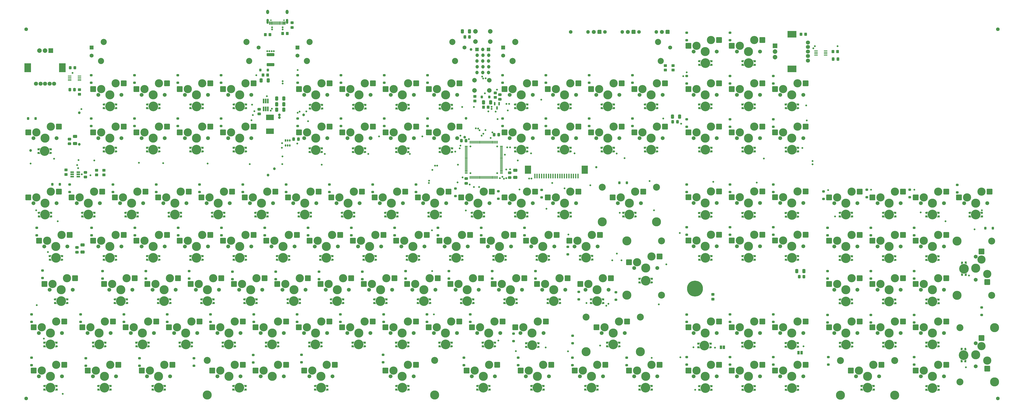
<source format=gbs>
G04 #@! TF.GenerationSoftware,KiCad,Pcbnew,(6.0.0-rc1-458-g78ff9a857a)*
G04 #@! TF.CreationDate,2023-01-11T22:18:51+01:00*
G04 #@! TF.ProjectId,berlin,6265726c-696e-42e6-9b69-6361645f7063,0.7*
G04 #@! TF.SameCoordinates,Original*
G04 #@! TF.FileFunction,Soldermask,Bot*
G04 #@! TF.FilePolarity,Negative*
%FSLAX46Y46*%
G04 Gerber Fmt 4.6, Leading zero omitted, Abs format (unit mm)*
G04 Created by KiCad (PCBNEW (6.0.0-rc1-458-g78ff9a857a)) date 2023-01-11 22:18:51*
%MOMM*%
%LPD*%
G01*
G04 APERTURE LIST*
G04 Aperture macros list*
%AMRoundRect*
0 Rectangle with rounded corners*
0 $1 Rounding radius*
0 $2 $3 $4 $5 $6 $7 $8 $9 X,Y pos of 4 corners*
0 Add a 4 corners polygon primitive as box body*
4,1,4,$2,$3,$4,$5,$6,$7,$8,$9,$2,$3,0*
0 Add four circle primitives for the rounded corners*
1,1,$1+$1,$2,$3*
1,1,$1+$1,$4,$5*
1,1,$1+$1,$6,$7*
1,1,$1+$1,$8,$9*
0 Add four rect primitives between the rounded corners*
20,1,$1+$1,$2,$3,$4,$5,0*
20,1,$1+$1,$4,$5,$6,$7,0*
20,1,$1+$1,$6,$7,$8,$9,0*
20,1,$1+$1,$8,$9,$2,$3,0*%
%AMFreePoly0*
4,1,30,0.664142,0.394142,0.670000,0.380000,0.664142,0.365858,0.650000,0.360000,0.639861,0.360000,0.634409,0.349097,0.641334,0.339663,0.639014,0.324533,0.635101,0.321661,0.546798,0.160496,0.471072,-0.011862,0.410656,-0.190163,0.367074,-0.368692,0.368024,-0.373451,0.364365,-0.378933,0.365871,-0.382599,0.359972,-0.396724,0.345813,-0.402541,-0.525058,-0.400000,-0.532122,-0.397050,
-0.539142,-0.394142,-0.539154,-0.394113,-0.539183,-0.394101,-0.542091,-0.387023,-0.545000,-0.380000,-0.545000,0.380000,-0.539142,0.394142,-0.525000,0.400000,0.650000,0.400000,0.664142,0.394142,0.664142,0.394142,$1*%
%AMFreePoly1*
4,1,30,0.359972,0.396724,0.365871,0.382599,0.360054,0.368440,0.348994,0.363821,0.355643,0.340550,0.369294,0.338147,0.378078,0.325611,0.377258,0.320954,0.424060,0.146044,0.487195,-0.028314,0.565066,-0.196608,0.654927,-0.353799,0.658787,-0.356530,0.660097,-0.364182,0.664142,-0.365858,0.670000,-0.380000,0.664142,-0.394142,0.650000,-0.400000,-0.525000,-0.400000,-0.539142,-0.394142,
-0.545000,-0.380000,-0.545000,0.380000,-0.542091,0.387023,-0.539183,0.394101,-0.539154,0.394113,-0.539142,0.394142,-0.532122,0.397050,-0.525058,0.400000,0.345813,0.402541,0.359972,0.396724,0.359972,0.396724,$1*%
%AMFreePoly2*
4,1,32,0.575001,0.424979,0.592678,0.417657,0.600000,0.399978,0.592678,0.382301,0.574999,0.374979,0.559851,0.374979,0.542195,0.339668,0.553221,0.325821,0.551063,0.306808,0.544790,0.301813,0.438985,0.083324,0.355176,-0.152400,0.299306,-0.388642,0.301018,-0.396477,0.299513,-0.398824,0.300000,-0.400000,0.292678,-0.417678,0.275000,-0.425000,-0.200000,-0.425000,-0.319736,-0.407785,
-0.429772,-0.357533,-0.521194,-0.278316,-0.586594,-0.176551,-0.620674,-0.060484,-0.620674,0.060484,-0.586594,0.176551,-0.521194,0.278316,-0.429772,0.357533,-0.319736,0.407785,-0.200000,0.425000,-0.199999,0.425000,0.575001,0.424979,0.575001,0.424979,$1*%
G04 Aperture macros list end*
%ADD10C,4.250000*%
%ADD11FreePoly0,180.000000*%
%ADD12FreePoly1,180.000000*%
%ADD13FreePoly2,0.000000*%
%ADD14FreePoly1,0.000000*%
%ADD15FreePoly0,0.000000*%
%ADD16FreePoly2,180.000000*%
%ADD17C,0.889000*%
%ADD18C,1.778000*%
%ADD19RoundRect,0.177800X-0.711200X-0.711200X0.711200X-0.711200X0.711200X0.711200X-0.711200X0.711200X0*%
%ADD20C,1.800000*%
%ADD21R,2.000000X2.000000*%
%ADD22C,2.000000*%
%ADD23R,4.000000X3.000000*%
%ADD24R,3.000000X4.000000*%
%ADD25FreePoly0,90.000000*%
%ADD26FreePoly1,90.000000*%
%ADD27FreePoly2,270.000000*%
%ADD28FreePoly1,270.000000*%
%ADD29C,1.596000*%
%ADD30R,1.750000X1.750000*%
%ADD31C,1.750000*%
%ADD32C,2.700000*%
%ADD33FreePoly0,270.000000*%
%ADD34FreePoly2,90.000000*%
%ADD35C,0.800000*%
%ADD36C,7.000000*%
%ADD37RoundRect,0.250000X-0.350000X0.250000X-0.350000X-0.250000X0.350000X-0.250000X0.350000X0.250000X0*%
%ADD38C,3.600000*%
%ADD39C,1.701800*%
%ADD40C,3.987800*%
%ADD41RoundRect,0.254000X1.016000X1.016000X-1.016000X1.016000X-1.016000X-1.016000X1.016000X-1.016000X0*%
%ADD42RoundRect,0.250000X0.450000X-0.350000X0.450000X0.350000X-0.450000X0.350000X-0.450000X-0.350000X0*%
%ADD43RoundRect,0.250000X-0.450000X0.350000X-0.450000X-0.350000X0.450000X-0.350000X0.450000X0.350000X0*%
%ADD44RoundRect,0.250000X1.450000X-0.400000X1.450000X0.400000X-1.450000X0.400000X-1.450000X-0.400000X0*%
%ADD45RoundRect,0.250000X0.475000X-0.337500X0.475000X0.337500X-0.475000X0.337500X-0.475000X-0.337500X0*%
%ADD46RoundRect,0.250000X-0.475000X0.337500X-0.475000X-0.337500X0.475000X-0.337500X0.475000X0.337500X0*%
%ADD47R,1.487399X0.431000*%
%ADD48C,3.048000*%
%ADD49RoundRect,0.254000X1.016000X-1.016000X1.016000X1.016000X-1.016000X1.016000X-1.016000X-1.016000X0*%
%ADD50RoundRect,0.250000X-0.412500X-0.650000X0.412500X-0.650000X0.412500X0.650000X-0.412500X0.650000X0*%
%ADD51RoundRect,0.250000X0.650000X-0.412500X0.650000X0.412500X-0.650000X0.412500X-0.650000X-0.412500X0*%
%ADD52R,1.560000X0.650000*%
%ADD53C,0.650000*%
%ADD54RoundRect,0.150000X-0.150000X-0.575000X0.150000X-0.575000X0.150000X0.575000X-0.150000X0.575000X0*%
%ADD55RoundRect,0.075000X-0.075000X-0.650000X0.075000X-0.650000X0.075000X0.650000X-0.075000X0.650000X0*%
%ADD56O,1.100000X2.200000*%
%ADD57O,1.300000X1.900000*%
%ADD58RoundRect,0.250000X0.325000X0.450000X-0.325000X0.450000X-0.325000X-0.450000X0.325000X-0.450000X0*%
%ADD59RoundRect,0.250000X-0.350000X-0.450000X0.350000X-0.450000X0.350000X0.450000X-0.350000X0.450000X0*%
%ADD60RoundRect,0.250000X0.250000X0.350000X-0.250000X0.350000X-0.250000X-0.350000X0.250000X-0.350000X0*%
%ADD61R,1.000000X1.500000*%
%ADD62R,0.650000X1.060000*%
%ADD63RoundRect,0.325000X0.000000X0.205000X0.000000X-0.205000X0.000000X-0.205000X0.000000X0.205000X0*%
%ADD64R,1.524000X1.524000*%
%ADD65O,1.524000X1.524000*%
%ADD66R,1.193800X0.304800*%
%ADD67R,0.304800X1.193800*%
%ADD68RoundRect,0.250000X0.350000X-0.250000X0.350000X0.250000X-0.350000X0.250000X-0.350000X-0.250000X0*%
%ADD69R,3.500000X2.350000*%
%ADD70R,0.650000X2.000000*%
%ADD71RoundRect,0.250000X-0.337500X-0.475000X0.337500X-0.475000X0.337500X0.475000X-0.337500X0.475000X0*%
%ADD72RoundRect,0.150000X-0.150000X0.587500X-0.150000X-0.587500X0.150000X-0.587500X0.150000X0.587500X0*%
%ADD73RoundRect,0.250000X0.350000X0.450000X-0.350000X0.450000X-0.350000X-0.450000X0.350000X-0.450000X0*%
%ADD74RoundRect,0.250000X0.337500X0.475000X-0.337500X0.475000X-0.337500X-0.475000X0.337500X-0.475000X0*%
%ADD75C,1.600000*%
%ADD76O,1.600000X1.600000*%
%ADD77R,0.610000X2.000000*%
%ADD78R,2.680000X3.600000*%
%ADD79RoundRect,0.250000X0.412500X0.650000X-0.412500X0.650000X-0.412500X-0.650000X0.412500X-0.650000X0*%
%ADD80RoundRect,0.250000X-0.450000X0.325000X-0.450000X-0.325000X0.450000X-0.325000X0.450000X0.325000X0*%
%ADD81RoundRect,0.250000X-0.250000X-0.350000X0.250000X-0.350000X0.250000X0.350000X-0.250000X0.350000X0*%
%ADD82C,1.000000*%
%ADD83C,1.200000*%
G04 APERTURE END LIST*
D10*
X234212500Y-118065500D03*
D11*
X236879500Y-118865500D03*
D12*
X236854100Y-117265500D03*
D13*
X231647100Y-117265500D03*
D14*
X231570900Y-118865500D03*
D10*
X62762500Y-118080000D03*
D11*
X65429500Y-118880000D03*
D12*
X65404100Y-117280000D03*
D13*
X60197100Y-117280000D03*
D14*
X60120900Y-118880000D03*
D10*
X129275000Y-194275000D03*
D11*
X131942000Y-195075000D03*
D12*
X131916600Y-193475000D03*
D13*
X126709600Y-193475000D03*
D14*
X126633400Y-195075000D03*
D10*
X253262500Y-89490500D03*
D15*
X250595500Y-88690500D03*
D14*
X250620900Y-90290500D03*
D16*
X255827900Y-90290500D03*
D12*
X255904100Y-88690500D03*
D10*
X138962500Y-118065500D03*
D11*
X141629500Y-118865500D03*
D12*
X141604100Y-117265500D03*
D13*
X136397100Y-117265500D03*
D14*
X136320900Y-118865500D03*
D10*
X200975000Y-89725000D03*
D15*
X198308000Y-88925000D03*
D14*
X198333400Y-90525000D03*
D16*
X203540400Y-90525000D03*
D12*
X203616600Y-88925000D03*
D10*
X69874500Y-194265500D03*
D11*
X72541500Y-195065500D03*
D12*
X72516100Y-193465500D03*
D13*
X67309100Y-193465500D03*
D14*
X67232900Y-195065500D03*
D10*
X182015500Y-70567500D03*
D11*
X184682500Y-71367500D03*
D12*
X184657100Y-69767500D03*
D13*
X179450100Y-69767500D03*
D14*
X179373900Y-71367500D03*
D10*
X72325000Y-70455000D03*
D11*
X74992000Y-71255000D03*
D12*
X74966600Y-69655000D03*
D13*
X69759600Y-69655000D03*
D14*
X69683400Y-71255000D03*
D17*
X300205000Y-37675000D03*
X302745000Y-37675000D03*
D18*
X300205000Y-37675000D03*
D19*
X302745000Y-37675000D03*
D10*
X186587500Y-137115500D03*
D15*
X183920500Y-136315500D03*
D14*
X183945900Y-137915500D03*
D16*
X189152900Y-137915500D03*
D12*
X189229100Y-136315500D03*
D10*
X248563500Y-156165500D03*
D11*
X251230500Y-156965500D03*
D12*
X251205100Y-155365500D03*
D13*
X245998100Y-155365500D03*
D14*
X245921900Y-156965500D03*
D10*
X162965500Y-70567500D03*
D11*
X165632500Y-71367500D03*
D12*
X165607100Y-69767500D03*
D13*
X160400100Y-69767500D03*
D14*
X160323900Y-71367500D03*
D20*
X379422000Y-42325000D03*
D21*
X364922000Y-43825000D03*
D22*
X364922000Y-48825000D03*
D20*
X379422000Y-44325000D03*
D22*
X364922000Y-46325000D03*
D20*
X379422000Y-48325000D03*
D23*
X372422000Y-38725000D03*
X372422000Y-53925000D03*
D20*
X379422000Y-50325000D03*
X379422000Y-46325000D03*
D10*
X200975000Y-194275000D03*
D11*
X203642000Y-195075000D03*
D12*
X203616600Y-193475000D03*
D13*
X198409600Y-193475000D03*
D14*
X198333400Y-195075000D03*
D10*
X129437500Y-137115500D03*
D15*
X126770500Y-136315500D03*
D14*
X126795900Y-137915500D03*
D16*
X132002900Y-137915500D03*
D12*
X132079100Y-136315500D03*
D10*
X158012500Y-118065500D03*
D11*
X160679500Y-118865500D03*
D12*
X160654100Y-117265500D03*
D13*
X155447100Y-117265500D03*
D14*
X155370900Y-118865500D03*
D10*
X165251500Y-194265500D03*
D11*
X167918500Y-195065500D03*
D12*
X167893100Y-193465500D03*
D13*
X162686100Y-193465500D03*
D14*
X162609900Y-195065500D03*
D10*
X334288500Y-137115500D03*
D11*
X336955500Y-137915500D03*
D12*
X336930100Y-136315500D03*
D13*
X331723100Y-136315500D03*
D14*
X331646900Y-137915500D03*
D10*
X200938500Y-175215500D03*
D15*
X198271500Y-174415500D03*
D14*
X198296900Y-176015500D03*
D16*
X203503900Y-176015500D03*
D12*
X203580100Y-174415500D03*
D10*
X253262500Y-70440500D03*
D11*
X255929500Y-71240500D03*
D12*
X255904100Y-69640500D03*
D13*
X250697100Y-69640500D03*
D14*
X250620900Y-71240500D03*
D10*
X210463500Y-156165500D03*
D11*
X213130500Y-156965500D03*
D12*
X213105100Y-155365500D03*
D13*
X207898100Y-155365500D03*
D14*
X207821900Y-156965500D03*
D10*
X396137500Y-118065500D03*
D11*
X398804500Y-118865500D03*
D12*
X398779100Y-117265500D03*
D13*
X393572100Y-117265500D03*
D14*
X393495900Y-118865500D03*
D10*
X77113500Y-156165500D03*
D11*
X79780500Y-156965500D03*
D12*
X79755100Y-155365500D03*
D13*
X74548100Y-155365500D03*
D14*
X74471900Y-156965500D03*
D10*
X334288500Y-70440500D03*
D15*
X331621500Y-69640500D03*
D14*
X331646900Y-71240500D03*
D16*
X336853900Y-71240500D03*
D12*
X336930100Y-69640500D03*
D10*
X129475000Y-70455000D03*
D11*
X132142000Y-71255000D03*
D12*
X132116600Y-69655000D03*
D13*
X126909600Y-69655000D03*
D14*
X126833400Y-71255000D03*
D10*
X372388500Y-89490500D03*
D11*
X375055500Y-90290500D03*
D12*
X375030100Y-88690500D03*
D13*
X369823100Y-88690500D03*
D14*
X369746900Y-90290500D03*
D10*
X353338500Y-89490500D03*
D11*
X356005500Y-90290500D03*
D12*
X355980100Y-88690500D03*
D13*
X350773100Y-88690500D03*
D14*
X350696900Y-90290500D03*
D10*
X243737500Y-137115500D03*
D15*
X241070500Y-136315500D03*
D14*
X241095900Y-137915500D03*
D16*
X246302900Y-137915500D03*
D12*
X246379100Y-136315500D03*
D10*
X220125000Y-89725000D03*
D15*
X217458000Y-88925000D03*
D14*
X217483400Y-90525000D03*
D16*
X222690400Y-90525000D03*
D12*
X222766600Y-88925000D03*
D10*
X334288500Y-118192500D03*
D15*
X331621500Y-117392500D03*
D14*
X331646900Y-118992500D03*
D16*
X336853900Y-118992500D03*
D12*
X336930100Y-117392500D03*
D10*
X177062500Y-118065500D03*
D11*
X179729500Y-118865500D03*
D12*
X179704100Y-117265500D03*
D13*
X174497100Y-117265500D03*
D14*
X174420900Y-118865500D03*
D10*
X110387500Y-89490500D03*
D15*
X107720500Y-88690500D03*
D14*
X107745900Y-90290500D03*
D16*
X112952900Y-90290500D03*
D12*
X113029100Y-88690500D03*
D10*
X46125500Y-194265500D03*
D11*
X48792500Y-195065500D03*
D12*
X48767100Y-193465500D03*
D13*
X43560100Y-193465500D03*
D14*
X43483900Y-195065500D03*
D10*
X415187500Y-137242500D03*
D15*
X412520500Y-136442500D03*
D14*
X412545900Y-138042500D03*
D16*
X417752900Y-138042500D03*
D12*
X417829100Y-136442500D03*
D10*
X215162500Y-118065500D03*
D11*
X217829500Y-118865500D03*
D12*
X217804100Y-117265500D03*
D13*
X212597100Y-117265500D03*
D14*
X212520900Y-118865500D03*
D20*
X47750000Y-60433000D03*
D21*
X46250000Y-45933000D03*
D20*
X45750000Y-60433000D03*
D22*
X41250000Y-45933000D03*
X43750000Y-45933000D03*
D20*
X41750000Y-60433000D03*
D24*
X51350000Y-53433000D03*
X36150000Y-53433000D03*
D20*
X39750000Y-60433000D03*
X43750000Y-60433000D03*
D10*
X110387500Y-137115500D03*
D15*
X107720500Y-136315500D03*
D14*
X107745900Y-137915500D03*
D16*
X112952900Y-137915500D03*
D12*
X113029100Y-136315500D03*
D10*
X272312500Y-70440500D03*
D11*
X274979500Y-71240500D03*
D12*
X274954100Y-69640500D03*
D13*
X269747100Y-69640500D03*
D14*
X269670900Y-71240500D03*
D10*
X48538500Y-137115500D03*
D15*
X45871500Y-136315500D03*
D14*
X45896900Y-137915500D03*
D16*
X51103900Y-137915500D03*
D12*
X51180100Y-136315500D03*
D10*
X447905000Y-179905000D03*
D25*
X447105000Y-182572000D03*
D26*
X448705000Y-182546600D03*
D27*
X448705000Y-177339600D03*
D28*
X447105000Y-177263400D03*
D10*
X110425000Y-70455000D03*
D11*
X113092000Y-71255000D03*
D12*
X113066600Y-69655000D03*
D13*
X107859600Y-69655000D03*
D14*
X107783400Y-71255000D03*
D10*
X415187500Y-118065500D03*
D11*
X417854500Y-118865500D03*
D12*
X417829100Y-117265500D03*
D13*
X412622100Y-117265500D03*
D14*
X412545900Y-118865500D03*
D10*
X50824500Y-156165500D03*
D11*
X53491500Y-156965500D03*
D12*
X53466100Y-155365500D03*
D13*
X48259100Y-155365500D03*
D14*
X48182900Y-156965500D03*
D10*
X100862500Y-118080000D03*
D11*
X103529500Y-118880000D03*
D12*
X103504100Y-117280000D03*
D13*
X98297100Y-117280000D03*
D14*
X98220900Y-118880000D03*
D10*
X148487500Y-137115500D03*
D15*
X145820500Y-136315500D03*
D14*
X145845900Y-137915500D03*
D16*
X151052900Y-137915500D03*
D12*
X151129100Y-136315500D03*
D29*
X35475000Y-36475000D03*
D10*
X353338500Y-118192500D03*
D15*
X350671500Y-117392500D03*
D14*
X350696900Y-118992500D03*
D16*
X355903900Y-118992500D03*
D12*
X355980100Y-117392500D03*
D10*
X181761500Y-175215500D03*
D15*
X179094500Y-174415500D03*
D14*
X179119900Y-176015500D03*
D16*
X184326900Y-176015500D03*
D12*
X184403100Y-174415500D03*
D10*
X172236500Y-156165500D03*
D11*
X174903500Y-156965500D03*
D12*
X174878100Y-155365500D03*
D13*
X169671100Y-155365500D03*
D14*
X169594900Y-156965500D03*
D10*
X415285000Y-175295000D03*
D15*
X412618000Y-174495000D03*
D14*
X412643400Y-176095000D03*
D16*
X417850400Y-176095000D03*
D12*
X417926600Y-174495000D03*
D10*
X353255000Y-175295000D03*
D15*
X350588000Y-174495000D03*
D14*
X350613400Y-176095000D03*
D16*
X355820400Y-176095000D03*
D12*
X355896600Y-174495000D03*
D10*
X72287500Y-137115500D03*
D15*
X69620500Y-136315500D03*
D14*
X69645900Y-137915500D03*
D16*
X74852900Y-137915500D03*
D12*
X74929100Y-136315500D03*
D10*
X353338500Y-194392500D03*
D11*
X356005500Y-195192500D03*
D12*
X355980100Y-193592500D03*
D13*
X350773100Y-193592500D03*
D14*
X350696900Y-195192500D03*
D10*
X286663500Y-156165500D03*
D15*
X283996500Y-155365500D03*
D14*
X284021900Y-156965500D03*
D16*
X289228900Y-156965500D03*
D12*
X289305100Y-155365500D03*
D30*
X64221250Y-44575000D03*
D31*
X64221250Y-48075000D03*
X137721250Y-44575000D03*
D32*
X133571250Y-50525000D03*
X68371250Y-50525000D03*
X69571250Y-42125000D03*
X132371250Y-42125000D03*
D10*
X86638500Y-175215500D03*
D15*
X83971500Y-174415500D03*
D14*
X83996900Y-176015500D03*
D16*
X89203900Y-176015500D03*
D12*
X89280100Y-174415500D03*
D10*
X224687500Y-137115500D03*
D15*
X222020500Y-136315500D03*
D14*
X222045900Y-137915500D03*
D16*
X227252900Y-137915500D03*
D12*
X227329100Y-136315500D03*
D10*
X353338500Y-137115500D03*
D11*
X356005500Y-137915500D03*
D12*
X355980100Y-136315500D03*
D13*
X350773100Y-136315500D03*
D14*
X350696900Y-137915500D03*
D17*
X317745000Y-37675000D03*
X315205000Y-37675000D03*
D18*
X315205000Y-37675000D03*
D19*
X317745000Y-37675000D03*
D10*
X300887500Y-118065500D03*
D15*
X298220500Y-117265500D03*
D14*
X298245900Y-118865500D03*
D16*
X303452900Y-118865500D03*
D12*
X303529100Y-117265500D03*
D10*
X262787500Y-137115500D03*
D15*
X260120500Y-136315500D03*
D14*
X260145900Y-137915500D03*
D16*
X265352900Y-137915500D03*
D12*
X265429100Y-136315500D03*
D10*
X372388500Y-118192500D03*
D15*
X369721500Y-117392500D03*
D14*
X369746900Y-118992500D03*
D16*
X374953900Y-118992500D03*
D12*
X375030100Y-117392500D03*
D10*
X93750500Y-194265500D03*
D11*
X96417500Y-195065500D03*
D12*
X96392100Y-193465500D03*
D13*
X91185100Y-193465500D03*
D14*
X91108900Y-195065500D03*
D10*
X448065000Y-141905000D03*
D33*
X448865000Y-139238000D03*
D28*
X447265000Y-139263400D03*
D34*
X447265000Y-144470400D03*
D26*
X448865000Y-144546600D03*
D10*
X229513500Y-156165500D03*
D11*
X232180500Y-156965500D03*
D12*
X232155100Y-155365500D03*
D13*
X226948100Y-155365500D03*
D14*
X226871900Y-156965500D03*
D10*
X434237500Y-194392500D03*
D11*
X436904500Y-195192500D03*
D12*
X436879100Y-193592500D03*
D13*
X431672100Y-193592500D03*
D14*
X431595900Y-195192500D03*
D10*
X372388500Y-194392500D03*
D11*
X375055500Y-195192500D03*
D12*
X375030100Y-193592500D03*
D13*
X369823100Y-193592500D03*
D14*
X369746900Y-195192500D03*
D17*
X285205000Y-37675000D03*
X287745000Y-37675000D03*
D18*
X285205000Y-37675000D03*
D19*
X287745000Y-37675000D03*
D10*
X220115500Y-70567500D03*
D11*
X222782500Y-71367500D03*
D12*
X222757100Y-69767500D03*
D13*
X217550100Y-69767500D03*
D14*
X217473900Y-71367500D03*
D10*
X434237500Y-137242500D03*
D15*
X431570500Y-136442500D03*
D14*
X431595900Y-138042500D03*
D16*
X436802900Y-138042500D03*
D12*
X436879100Y-136442500D03*
D10*
X453287500Y-118065500D03*
D11*
X455954500Y-118865500D03*
D12*
X455929100Y-117265500D03*
D13*
X450722100Y-117265500D03*
D14*
X450645900Y-118865500D03*
D10*
X405700000Y-194280000D03*
D11*
X408367000Y-195080000D03*
D12*
X408341600Y-193480000D03*
D13*
X403134600Y-193480000D03*
D14*
X403058400Y-195080000D03*
D35*
X331631155Y-148818845D03*
X329775000Y-153300000D03*
X332400000Y-150675000D03*
X327918845Y-152531155D03*
X327918845Y-148818845D03*
X329775000Y-148050000D03*
X331631155Y-152531155D03*
X327150000Y-150675000D03*
D36*
X329775000Y-150675000D03*
D29*
X462975000Y-198975000D03*
D10*
X434237500Y-175215500D03*
D15*
X431570500Y-174415500D03*
D14*
X431595900Y-176015500D03*
D16*
X436802900Y-176015500D03*
D12*
X436879100Y-174415500D03*
D10*
X191286500Y-156165500D03*
D11*
X193953500Y-156965500D03*
D12*
X193928100Y-155365500D03*
D13*
X188721100Y-155365500D03*
D14*
X188644900Y-156965500D03*
D10*
X434237500Y-118065500D03*
D11*
X436904500Y-118865500D03*
D12*
X436879100Y-117265500D03*
D13*
X431672100Y-117265500D03*
D14*
X431595900Y-118865500D03*
D10*
X293775500Y-175215500D03*
D15*
X291108500Y-174415500D03*
D14*
X291133900Y-176015500D03*
D16*
X296340900Y-176015500D03*
D12*
X296417100Y-174415500D03*
D22*
X233125000Y-37425000D03*
X239625000Y-37425000D03*
X239625000Y-41925000D03*
X233125000Y-41925000D03*
D10*
X434237500Y-156292500D03*
D11*
X436904500Y-157092500D03*
D12*
X436879100Y-155492500D03*
D13*
X431672100Y-155492500D03*
D14*
X431595900Y-157092500D03*
D10*
X272312500Y-89490500D03*
D15*
X269645500Y-88690500D03*
D14*
X269670900Y-90290500D03*
D16*
X274877900Y-90290500D03*
D12*
X274954100Y-88690500D03*
D10*
X105688500Y-175215500D03*
D15*
X103021500Y-174415500D03*
D14*
X103046900Y-176015500D03*
D16*
X108253900Y-176015500D03*
D12*
X108330100Y-174415500D03*
D10*
X281825000Y-137025000D03*
D11*
X284492000Y-137825000D03*
D12*
X284466600Y-136225000D03*
D13*
X279259600Y-136225000D03*
D14*
X279183400Y-137825000D03*
D10*
X372388500Y-137115500D03*
D11*
X375055500Y-137915500D03*
D12*
X375030100Y-136315500D03*
D13*
X369823100Y-136315500D03*
D14*
X369746900Y-137915500D03*
D10*
X372350000Y-175400000D03*
D15*
X369683000Y-174600000D03*
D14*
X369708400Y-176200000D03*
D16*
X374915400Y-176200000D03*
D12*
X374991600Y-174600000D03*
D10*
X267613500Y-156165500D03*
D11*
X270280500Y-156965500D03*
D12*
X270255100Y-155365500D03*
D13*
X265048100Y-155365500D03*
D14*
X264971900Y-156965500D03*
D10*
X143661500Y-175215500D03*
D15*
X140994500Y-174415500D03*
D14*
X141019900Y-176015500D03*
D16*
X146226900Y-176015500D03*
D12*
X146303100Y-174415500D03*
D10*
X372388500Y-70440500D03*
D15*
X369721500Y-69640500D03*
D14*
X369746900Y-71240500D03*
D16*
X374953900Y-71240500D03*
D12*
X375030100Y-69640500D03*
D10*
X67588500Y-175215500D03*
D15*
X64921500Y-174415500D03*
D14*
X64946900Y-176015500D03*
D16*
X70153900Y-176015500D03*
D12*
X70230100Y-174415500D03*
D10*
X291362500Y-70440500D03*
D11*
X294029500Y-71240500D03*
D12*
X294004100Y-69640500D03*
D13*
X288797100Y-69640500D03*
D14*
X288720900Y-71240500D03*
D10*
X46125500Y-175215500D03*
D15*
X43458500Y-174415500D03*
D14*
X43483900Y-176015500D03*
D16*
X48690900Y-176015500D03*
D12*
X48767100Y-174415500D03*
D10*
X260412000Y-194265500D03*
D11*
X263079000Y-195065500D03*
D12*
X263053600Y-193465500D03*
D13*
X257846600Y-193465500D03*
D14*
X257770400Y-195065500D03*
D10*
X96163500Y-156165500D03*
D11*
X98830500Y-156965500D03*
D12*
X98805100Y-155365500D03*
D13*
X93598100Y-155365500D03*
D14*
X93521900Y-156965500D03*
D29*
X35475000Y-198975000D03*
D10*
X181925000Y-89725000D03*
D15*
X179258000Y-88925000D03*
D14*
X179283400Y-90525000D03*
D16*
X184490400Y-90525000D03*
D12*
X184566600Y-88925000D03*
D10*
X43712500Y-118080000D03*
D11*
X46379500Y-118880000D03*
D12*
X46354100Y-117280000D03*
D13*
X41147100Y-117280000D03*
D14*
X41070900Y-118880000D03*
D10*
X396235000Y-175295000D03*
D15*
X393568000Y-174495000D03*
D14*
X393593400Y-176095000D03*
D16*
X398800400Y-176095000D03*
D12*
X398876600Y-174495000D03*
D10*
X333925000Y-175675000D03*
D15*
X331258000Y-174875000D03*
D14*
X331283400Y-176475000D03*
D16*
X336490400Y-176475000D03*
D12*
X336566600Y-174875000D03*
D10*
X310412500Y-89490500D03*
D15*
X307745500Y-88690500D03*
D14*
X307770900Y-90290500D03*
D16*
X312977900Y-90290500D03*
D12*
X313054100Y-88690500D03*
D10*
X91337500Y-137115500D03*
D15*
X88670500Y-136315500D03*
D14*
X88695900Y-137915500D03*
D16*
X93902900Y-137915500D03*
D12*
X93979100Y-136315500D03*
D10*
X129437500Y-89490500D03*
D15*
X126770500Y-88690500D03*
D14*
X126795900Y-90290500D03*
D16*
X132002900Y-90290500D03*
D12*
X132079100Y-88690500D03*
D10*
X253262500Y-118065500D03*
D11*
X255929500Y-118865500D03*
D12*
X255904100Y-117265500D03*
D13*
X250697100Y-117265500D03*
D14*
X250620900Y-118865500D03*
D10*
X308037000Y-147148500D03*
D15*
X305370000Y-146348500D03*
D14*
X305395400Y-147948500D03*
D16*
X310602400Y-147948500D03*
D12*
X310678600Y-146348500D03*
D10*
X334288500Y-194392500D03*
D11*
X336955500Y-195192500D03*
D12*
X336930100Y-193592500D03*
D13*
X331723100Y-193592500D03*
D14*
X331646900Y-195192500D03*
D10*
X43575000Y-90125000D03*
D15*
X40908000Y-89325000D03*
D14*
X40933400Y-90925000D03*
D16*
X46140400Y-90925000D03*
D12*
X46216600Y-89325000D03*
D10*
X310412500Y-70440500D03*
D11*
X313079500Y-71240500D03*
D12*
X313054100Y-69640500D03*
D13*
X307847100Y-69640500D03*
D14*
X307770900Y-71240500D03*
D10*
X91375000Y-70455000D03*
D11*
X94042000Y-71255000D03*
D12*
X94016600Y-69655000D03*
D13*
X88809600Y-69655000D03*
D14*
X88733400Y-71255000D03*
D10*
X119912500Y-118065500D03*
D11*
X122579500Y-118865500D03*
D12*
X122554100Y-117265500D03*
D13*
X117347100Y-117265500D03*
D14*
X117270900Y-118865500D03*
D10*
X258135000Y-175515000D03*
D15*
X255468000Y-174715000D03*
D14*
X255493400Y-176315000D03*
D16*
X260700400Y-176315000D03*
D12*
X260776600Y-174715000D03*
D10*
X396137500Y-137242500D03*
D15*
X393470500Y-136442500D03*
D14*
X393495900Y-138042500D03*
D16*
X398702900Y-138042500D03*
D12*
X398779100Y-136442500D03*
D10*
X334288500Y-89490500D03*
D11*
X336955500Y-90290500D03*
D12*
X336930100Y-88690500D03*
D13*
X331723100Y-88690500D03*
D14*
X331646900Y-90290500D03*
D10*
X115213500Y-156165500D03*
D11*
X117880500Y-156965500D03*
D12*
X117855100Y-155365500D03*
D13*
X112648100Y-155365500D03*
D14*
X112571900Y-156965500D03*
D10*
X236625500Y-194265500D03*
D11*
X239292500Y-195065500D03*
D12*
X239267100Y-193465500D03*
D13*
X234060100Y-193465500D03*
D14*
X233983900Y-195065500D03*
D10*
X134136500Y-156165500D03*
D11*
X136803500Y-156965500D03*
D12*
X136778100Y-155365500D03*
D13*
X131571100Y-155365500D03*
D14*
X131494900Y-156965500D03*
D10*
X205637500Y-137115500D03*
D15*
X202970500Y-136315500D03*
D14*
X202995900Y-137915500D03*
D16*
X208202900Y-137915500D03*
D12*
X208279100Y-136315500D03*
D10*
X91337500Y-89490500D03*
D15*
X88670500Y-88690500D03*
D14*
X88695900Y-90290500D03*
D16*
X93902900Y-90290500D03*
D12*
X93979100Y-88690500D03*
D10*
X284161000Y-194265500D03*
D11*
X286828000Y-195065500D03*
D12*
X286802600Y-193465500D03*
D13*
X281595600Y-193465500D03*
D14*
X281519400Y-195065500D03*
D10*
X167537500Y-137115500D03*
D15*
X164870500Y-136315500D03*
D14*
X164895900Y-137915500D03*
D16*
X170102900Y-137915500D03*
D12*
X170179100Y-136315500D03*
D30*
X245291500Y-44575000D03*
D31*
X245291500Y-48075000D03*
X318791500Y-44575000D03*
D32*
X313441500Y-42125000D03*
X314641500Y-50525000D03*
X249441500Y-50525000D03*
X250641500Y-42125000D03*
D10*
X396137500Y-156292500D03*
D11*
X398804500Y-157092500D03*
D12*
X398779100Y-155492500D03*
D13*
X393572100Y-155492500D03*
D14*
X393495900Y-157092500D03*
D10*
X291362500Y-89490500D03*
D15*
X288695500Y-88690500D03*
D14*
X288720900Y-90290500D03*
D16*
X293927900Y-90290500D03*
D12*
X294004100Y-88690500D03*
D10*
X272350000Y-118080000D03*
D11*
X275017000Y-118880000D03*
D12*
X274991600Y-117280000D03*
D13*
X269784600Y-117280000D03*
D14*
X269708400Y-118880000D03*
D10*
X219988500Y-175215500D03*
D15*
X217321500Y-174415500D03*
D14*
X217346900Y-176015500D03*
D16*
X222553900Y-176015500D03*
D12*
X222630100Y-174415500D03*
D10*
X124611500Y-175215500D03*
D15*
X121944500Y-174415500D03*
D14*
X121969900Y-176015500D03*
D16*
X127176900Y-176015500D03*
D12*
X127253100Y-174415500D03*
D10*
X162875000Y-89725000D03*
D15*
X160208000Y-88925000D03*
D14*
X160233400Y-90525000D03*
D16*
X165440400Y-90525000D03*
D12*
X165516600Y-88925000D03*
D10*
X239038500Y-175215500D03*
D15*
X236371500Y-174415500D03*
D14*
X236396900Y-176015500D03*
D16*
X241603900Y-176015500D03*
D12*
X241680100Y-174415500D03*
D10*
X353338500Y-51390500D03*
D11*
X356005500Y-52190500D03*
D12*
X355980100Y-50590500D03*
D13*
X350773100Y-50590500D03*
D14*
X350696900Y-52190500D03*
D10*
X307999500Y-194265500D03*
D11*
X310666500Y-195065500D03*
D12*
X310641100Y-193465500D03*
D13*
X305434100Y-193465500D03*
D14*
X305357900Y-195065500D03*
D10*
X81812500Y-118080000D03*
D11*
X84479500Y-118880000D03*
D12*
X84454100Y-117280000D03*
D13*
X79247100Y-117280000D03*
D14*
X79170900Y-118880000D03*
D10*
X153186500Y-156165500D03*
D11*
X155853500Y-156965500D03*
D12*
X155828100Y-155365500D03*
D13*
X150621100Y-155365500D03*
D14*
X150544900Y-156965500D03*
D30*
X154804000Y-44575000D03*
D31*
X154804000Y-48075000D03*
X228304000Y-44575000D03*
D32*
X224154000Y-50525000D03*
X158954000Y-50525000D03*
X160154000Y-42125000D03*
X222954000Y-42125000D03*
D10*
X334288500Y-51390500D03*
D11*
X336955500Y-52190500D03*
D12*
X336930100Y-50590500D03*
D13*
X331723100Y-50590500D03*
D14*
X331646900Y-52190500D03*
D10*
X201065500Y-70567500D03*
D11*
X203732500Y-71367500D03*
D12*
X203707100Y-69767500D03*
D13*
X198500100Y-69767500D03*
D14*
X198423900Y-71367500D03*
D10*
X162711500Y-175215500D03*
D15*
X160044500Y-174415500D03*
D14*
X160069900Y-176015500D03*
D16*
X165276900Y-176015500D03*
D12*
X165353100Y-174415500D03*
D10*
X353338500Y-70440500D03*
D15*
X350671500Y-69640500D03*
D14*
X350696900Y-71240500D03*
D16*
X355903900Y-71240500D03*
D12*
X355980100Y-69640500D03*
D29*
X462975000Y-36475000D03*
D10*
X196112500Y-118065500D03*
D11*
X198779500Y-118865500D03*
D12*
X198754100Y-117265500D03*
D13*
X193547100Y-117265500D03*
D14*
X193470900Y-118865500D03*
D10*
X415187500Y-156292500D03*
D11*
X417854500Y-157092500D03*
D12*
X417829100Y-155492500D03*
D13*
X412622100Y-155492500D03*
D14*
X412545900Y-157092500D03*
D10*
X72287500Y-89490500D03*
D15*
X69620500Y-88690500D03*
D14*
X69645900Y-90290500D03*
D16*
X74852900Y-90290500D03*
D12*
X74929100Y-88690500D03*
D37*
X149795000Y-104873000D03*
X149795000Y-108173000D03*
D38*
X168495750Y-148591750D03*
D39*
X177385750Y-151131750D03*
D38*
X174845750Y-146051750D03*
D39*
X167225750Y-151131750D03*
D40*
X172305750Y-151131750D03*
D41*
X178401750Y-146051750D03*
X164939750Y-148591750D03*
D37*
X264095000Y-56740000D03*
X264095000Y-60040000D03*
D40*
X281843250Y-132081750D03*
D39*
X286923250Y-132081750D03*
D38*
X284383250Y-127001750D03*
D39*
X276763250Y-132081750D03*
D38*
X278033250Y-129541750D03*
D41*
X287939250Y-127001750D03*
X274477250Y-129541750D03*
D37*
X364171000Y-104873000D03*
X364171000Y-108173000D03*
X111695000Y-104873000D03*
X111695000Y-108173000D03*
D42*
X320125000Y-54475000D03*
X320125000Y-52475000D03*
D37*
X302195000Y-75790000D03*
X302195000Y-79090000D03*
D43*
X69625000Y-98575000D03*
X69625000Y-100575000D03*
D37*
X37781000Y-162023000D03*
X37781000Y-165323000D03*
X154875000Y-75790000D03*
X154875000Y-79090000D03*
X243190800Y-107819400D03*
X243190800Y-111119400D03*
D38*
X146270750Y-165101750D03*
D39*
X138650750Y-170181750D03*
D40*
X143730750Y-170181750D03*
D38*
X139920750Y-167641750D03*
D39*
X148810750Y-170181750D03*
D41*
X149826750Y-165101750D03*
X136364750Y-167641750D03*
D38*
X274858250Y-79376750D03*
D39*
X277398250Y-84456750D03*
D38*
X268508250Y-81916750D03*
D40*
X272318250Y-84456750D03*
D39*
X267238250Y-84456750D03*
D41*
X278414250Y-79376750D03*
X264952250Y-81916750D03*
D44*
X142937000Y-52106000D03*
X142937000Y-47656000D03*
D37*
X54545000Y-104873000D03*
X54545000Y-108173000D03*
D38*
X392333250Y-167673500D03*
D39*
X401223250Y-170213500D03*
D40*
X396143250Y-170213500D03*
D39*
X391063250Y-170213500D03*
D38*
X398683250Y-165133500D03*
D41*
X402239250Y-165133500D03*
X388777250Y-167673500D03*
D37*
X192975000Y-75790000D03*
X192975000Y-79090000D03*
D40*
X353280750Y-170213500D03*
D39*
X348200750Y-170213500D03*
D38*
X355820750Y-165133500D03*
D39*
X358360750Y-170213500D03*
D38*
X349470750Y-167673500D03*
D41*
X359376750Y-165133500D03*
X345914750Y-167673500D03*
D37*
X364171000Y-57121000D03*
X364171000Y-60421000D03*
D40*
X177068250Y-113031750D03*
D38*
X173258250Y-110491750D03*
X179608250Y-107951750D03*
D39*
X182148250Y-113031750D03*
X171988250Y-113031750D03*
D41*
X183164250Y-107951750D03*
X169702250Y-110491750D03*
D37*
X245045000Y-75790000D03*
X245045000Y-79090000D03*
X326071000Y-123669000D03*
X326071000Y-126969000D03*
D45*
X248195000Y-101782500D03*
X248195000Y-99707500D03*
D40*
X138968250Y-113031750D03*
D38*
X141508250Y-107951750D03*
D39*
X133888250Y-113031750D03*
X144048250Y-113031750D03*
D38*
X135158250Y-110491750D03*
D41*
X145064250Y-107951750D03*
X131602250Y-110491750D03*
D37*
X40067000Y-123923000D03*
X40067000Y-127223000D03*
D38*
X349502500Y-129510000D03*
X355852500Y-126970000D03*
D39*
X348232500Y-132050000D03*
D40*
X353312500Y-132050000D03*
D39*
X358392500Y-132050000D03*
D41*
X359408500Y-126970000D03*
X345946500Y-129510000D03*
D37*
X206945000Y-104873000D03*
X206945000Y-108173000D03*
X455865000Y-158975000D03*
X455865000Y-162275000D03*
D46*
X229043000Y-102234300D03*
X229043000Y-104309300D03*
D37*
X64070000Y-75790000D03*
X64070000Y-79090000D03*
D38*
X112933250Y-60326750D03*
D39*
X115473250Y-65406750D03*
X105313250Y-65406750D03*
D40*
X110393250Y-65406750D03*
D38*
X106583250Y-62866750D03*
D41*
X116489250Y-60326750D03*
X103027250Y-62866750D03*
D38*
X249458410Y-62866750D03*
D39*
X248188410Y-65406750D03*
X258348410Y-65406750D03*
D38*
X255808410Y-60326750D03*
D40*
X253268410Y-65406750D03*
D41*
X259364410Y-60326750D03*
X245902410Y-62866750D03*
D37*
X116521000Y-162023000D03*
X116521000Y-165323000D03*
D47*
X382992400Y-47934999D03*
X382992400Y-47285001D03*
X382992400Y-46634999D03*
X382992400Y-45985001D03*
X387259600Y-45985001D03*
X387259600Y-46634999D03*
X387259600Y-47285001D03*
X387259600Y-47934999D03*
D48*
X460278250Y-153576500D03*
D39*
X453293250Y-136558500D03*
D40*
X445038250Y-129700500D03*
D38*
X458373250Y-144178500D03*
X455833250Y-137828500D03*
D40*
X453293250Y-141638500D03*
D39*
X453293250Y-146718500D03*
D48*
X460278250Y-129700500D03*
D40*
X445038250Y-153576500D03*
D49*
X458373250Y-147734500D03*
X455833250Y-134272500D03*
D37*
X121347000Y-123923000D03*
X121347000Y-127223000D03*
D39*
X296448250Y-65406750D03*
D38*
X293908250Y-60326750D03*
X287558250Y-62866750D03*
D39*
X286288250Y-65406750D03*
D40*
X291368250Y-65406750D03*
D41*
X297464250Y-60326750D03*
X284002250Y-62866750D03*
D40*
X129445000Y-84455000D03*
D38*
X125635000Y-81915000D03*
X131985000Y-79375000D03*
D39*
X124365000Y-84455000D03*
X134525000Y-84455000D03*
D41*
X135541000Y-79375000D03*
X122079000Y-81915000D03*
D37*
X251903000Y-181073000D03*
X251903000Y-184373000D03*
D38*
X430433250Y-148623500D03*
D39*
X439323250Y-151163500D03*
X429163250Y-151163500D03*
D40*
X434243250Y-151163500D03*
D38*
X436783250Y-146083500D03*
D41*
X440339250Y-146083500D03*
X426877250Y-148623500D03*
D38*
X336802500Y-41245000D03*
D40*
X334262500Y-46325000D03*
D38*
X330452500Y-43785000D03*
D39*
X339342500Y-46325000D03*
X329182500Y-46325000D03*
D41*
X340358500Y-41245000D03*
X326896500Y-43785000D03*
D38*
X160558250Y-107951750D03*
X154208250Y-110491750D03*
D40*
X158018250Y-113031750D03*
D39*
X152938250Y-113031750D03*
X163098250Y-113031750D03*
D41*
X164114250Y-107951750D03*
X150652250Y-110491750D03*
D40*
X334262500Y-113000000D03*
D38*
X336802500Y-107920000D03*
D39*
X329182500Y-113000000D03*
X339342500Y-113000000D03*
D38*
X330452500Y-110460000D03*
D41*
X340358500Y-107920000D03*
X326896500Y-110460000D03*
D37*
X326071000Y-76171000D03*
X326071000Y-79471000D03*
D50*
X236712500Y-68675000D03*
X239837500Y-68675000D03*
D43*
X66425000Y-98575000D03*
X66425000Y-100575000D03*
D37*
X159447000Y-123923000D03*
X159447000Y-127223000D03*
X388047000Y-123923000D03*
X388047000Y-127223000D03*
X145223000Y-143227000D03*
X145223000Y-146527000D03*
X262240800Y-107235200D03*
X262240800Y-110535200D03*
D39*
X134523250Y-132081750D03*
D38*
X131983250Y-127001750D03*
D40*
X129443250Y-132081750D03*
D39*
X124363250Y-132081750D03*
D38*
X125633250Y-129541750D03*
D41*
X135539250Y-127001750D03*
X122077250Y-129541750D03*
D39*
X265492000Y-189231750D03*
D38*
X262952000Y-184151750D03*
D40*
X260412000Y-189231750D03*
D38*
X256602000Y-186691750D03*
D39*
X255332000Y-189231750D03*
D41*
X266508000Y-184151750D03*
X253046000Y-186691750D03*
D37*
X102297000Y-123923000D03*
X102297000Y-127223000D03*
D51*
X56975000Y-86837500D03*
X56975000Y-83712500D03*
D38*
X63720750Y-167641750D03*
X70070750Y-165101750D03*
D39*
X62450750Y-170181750D03*
D40*
X67530750Y-170181750D03*
D39*
X72610750Y-170181750D03*
D41*
X73626750Y-165101750D03*
X60164750Y-167641750D03*
D38*
X265333250Y-127001750D03*
X258983250Y-129541750D03*
D40*
X262793250Y-132081750D03*
D39*
X267873250Y-132081750D03*
X257713250Y-132081750D03*
D41*
X268889250Y-127001750D03*
X255427250Y-129541750D03*
D37*
X228027000Y-181073000D03*
X228027000Y-184373000D03*
D40*
X124675000Y-189225000D03*
D39*
X129755000Y-189225000D03*
D38*
X120865000Y-186685000D03*
D39*
X119595000Y-189225000D03*
D38*
X127215000Y-184145000D03*
D41*
X130771000Y-184145000D03*
X117309000Y-186685000D03*
D38*
X130395750Y-148591750D03*
X136745750Y-146051750D03*
D39*
X129125750Y-151131750D03*
X139285750Y-151131750D03*
D40*
X134205750Y-151131750D03*
D41*
X140301750Y-146051750D03*
X126839750Y-148591750D03*
D52*
X58341000Y-99429000D03*
X58341000Y-100379000D03*
X58341000Y-101329000D03*
X55641000Y-101329000D03*
X55641000Y-100379000D03*
X55641000Y-99429000D03*
D37*
X73595000Y-104873000D03*
X73595000Y-108173000D03*
D40*
X186593250Y-132081750D03*
D38*
X182783250Y-129541750D03*
D39*
X191673250Y-132081750D03*
X181513250Y-132081750D03*
D38*
X189133250Y-127001750D03*
D41*
X192689250Y-127001750D03*
X179227250Y-129541750D03*
D37*
X183323000Y-143227000D03*
X183323000Y-146527000D03*
X164273000Y-143227000D03*
X164273000Y-146527000D03*
X192721000Y-162023000D03*
X192721000Y-165323000D03*
X130745000Y-104873000D03*
X130745000Y-108173000D03*
D40*
X162780750Y-170181750D03*
D39*
X157700750Y-170181750D03*
D38*
X158970750Y-167641750D03*
D39*
X167860750Y-170181750D03*
D38*
X165320750Y-165101750D03*
D41*
X168876750Y-165101750D03*
X155414750Y-167641750D03*
D37*
X426147000Y-180819000D03*
X426147000Y-184119000D03*
X202373000Y-142973000D03*
X202373000Y-146273000D03*
D22*
X232725000Y-58925000D03*
X239225000Y-58925000D03*
X232725000Y-63425000D03*
X239225000Y-63425000D03*
D39*
X263110750Y-170181750D03*
D38*
X260570750Y-165101750D03*
D40*
X258030750Y-170181750D03*
D39*
X252950750Y-170181750D03*
D38*
X254220750Y-167641750D03*
D41*
X264126750Y-165101750D03*
X250664750Y-167641750D03*
D37*
X192975000Y-56740000D03*
X192975000Y-60040000D03*
D38*
X312958250Y-60326750D03*
D39*
X315498250Y-65406750D03*
D38*
X306608250Y-62866750D03*
D39*
X305338250Y-65406750D03*
D40*
X310418250Y-65406750D03*
D41*
X316514250Y-60326750D03*
X303052250Y-62866750D03*
D37*
X102170000Y-75790000D03*
X102170000Y-79090000D03*
X388047000Y-142973000D03*
X388047000Y-146273000D03*
D39*
X377442500Y-84425000D03*
D40*
X372362500Y-84425000D03*
D38*
X368552500Y-81885000D03*
D39*
X367282500Y-84425000D03*
D38*
X374902500Y-79345000D03*
D41*
X378458500Y-79345000D03*
X364996500Y-81885000D03*
D37*
X264095000Y-75790000D03*
X264095000Y-79090000D03*
D45*
X54515000Y-86902500D03*
X54515000Y-84827500D03*
D53*
X143095000Y-32521500D03*
X148875000Y-32521500D03*
D54*
X142735000Y-33847500D03*
X143535000Y-33847500D03*
D55*
X144735000Y-33847500D03*
X145731000Y-33847500D03*
X146235000Y-33847500D03*
X147235000Y-33847500D03*
D54*
X149235000Y-33847500D03*
X148435000Y-33847500D03*
D55*
X147735000Y-33847500D03*
X146735000Y-33847500D03*
X145235000Y-33847500D03*
X144235000Y-33847500D03*
D56*
X141685000Y-33072500D03*
D57*
X150285000Y-28872500D03*
X141685000Y-28872500D03*
D56*
X150285000Y-33072500D03*
D58*
X56840000Y-53437000D03*
X54790000Y-53437000D03*
D37*
X156625000Y-179775000D03*
X156625000Y-183075000D03*
X426147000Y-162277000D03*
X426147000Y-165577000D03*
D38*
X287558250Y-81916750D03*
X293908250Y-79376750D03*
D39*
X296448250Y-84456750D03*
D40*
X291368250Y-84456750D03*
D39*
X286288250Y-84456750D03*
D41*
X297464250Y-79376750D03*
X284002250Y-81916750D03*
D38*
X68483250Y-81916750D03*
D40*
X72293250Y-84456750D03*
D38*
X74833250Y-79376750D03*
D39*
X67213250Y-84456750D03*
X77373250Y-84456750D03*
D41*
X78389250Y-79376750D03*
X64927250Y-81916750D03*
D59*
X139651000Y-56653000D03*
X141651000Y-56653000D03*
D38*
X72452000Y-184151750D03*
X66102000Y-186691750D03*
D39*
X64832000Y-189231750D03*
X74992000Y-189231750D03*
D40*
X69912000Y-189231750D03*
D41*
X76008000Y-184151750D03*
X62546000Y-186691750D03*
D60*
X39558000Y-75789000D03*
X36258000Y-75789000D03*
D39*
X248823250Y-132081750D03*
D40*
X243743250Y-132081750D03*
D38*
X239933250Y-129541750D03*
X246283250Y-127001750D03*
D39*
X238663250Y-132081750D03*
D41*
X249839250Y-127001750D03*
X236377250Y-129541750D03*
D40*
X286605750Y-151131750D03*
D39*
X291685750Y-151131750D03*
D38*
X289145750Y-146051750D03*
X282795750Y-148591750D03*
D39*
X281525750Y-151131750D03*
D41*
X292701750Y-146051750D03*
X279239750Y-148591750D03*
D37*
X407097000Y-123923000D03*
X407097000Y-127223000D03*
D48*
X446308250Y-167800500D03*
D40*
X461548250Y-167800500D03*
D39*
X453293250Y-184818500D03*
D40*
X461548250Y-191676500D03*
D39*
X453293250Y-174658500D03*
D48*
X446308250Y-191676500D03*
D38*
X458373250Y-182278500D03*
X455833250Y-175928500D03*
D40*
X453293250Y-179738500D03*
D49*
X458373250Y-185834500D03*
X455833250Y-172372500D03*
D40*
X334235000Y-170215000D03*
D39*
X339315000Y-170215000D03*
D38*
X330425000Y-167675000D03*
X336775000Y-165135000D03*
D39*
X329155000Y-170215000D03*
D41*
X340331000Y-165135000D03*
X326869000Y-167675000D03*
D61*
X375325000Y-178825000D03*
X376625000Y-178825000D03*
D37*
X345121000Y-123669000D03*
X345121000Y-126969000D03*
X345121000Y-162023000D03*
X345121000Y-165323000D03*
D62*
X149541000Y-85441000D03*
D63*
X150491000Y-85441000D03*
X151441000Y-85441000D03*
X151441000Y-87641000D03*
X150491000Y-87641000D03*
X149541000Y-87641000D03*
D37*
X135375000Y-179825000D03*
X135375000Y-183125000D03*
X211771000Y-162023000D03*
X211771000Y-165323000D03*
D64*
X238885500Y-45410600D03*
X233809500Y-45410600D03*
D65*
X236345500Y-45410600D03*
X233936500Y-47950600D03*
X239012500Y-47950600D03*
X236472500Y-47950600D03*
X233809500Y-50490600D03*
X238885500Y-50490600D03*
X236345500Y-50490600D03*
X233936500Y-53030600D03*
X239012500Y-53030600D03*
X236472500Y-53030600D03*
X238885500Y-55570600D03*
X233809500Y-55570600D03*
X236345500Y-55570600D03*
D37*
X88073000Y-142973000D03*
X88073000Y-146273000D03*
D66*
X244540000Y-87949999D03*
X244540000Y-88450001D03*
X244540000Y-88950000D03*
X244540000Y-89449999D03*
X244540000Y-89950000D03*
X244540000Y-90449999D03*
X244540000Y-90950001D03*
X244540000Y-91450000D03*
X244540000Y-91949999D03*
X244540000Y-92450000D03*
X244540000Y-92949999D03*
X244540000Y-93449998D03*
X244540000Y-93950000D03*
X244540000Y-94449999D03*
X244540000Y-94950001D03*
X244540000Y-95450000D03*
X244540000Y-95949999D03*
X244540000Y-96450000D03*
X244540000Y-96949999D03*
X244540000Y-97450001D03*
X244540000Y-97950000D03*
X244540000Y-98449999D03*
X244540000Y-98950000D03*
X244540000Y-99449999D03*
X244540000Y-99950001D03*
D67*
X242790001Y-101700000D03*
X242289999Y-101700000D03*
X241790000Y-101700000D03*
X241290001Y-101700000D03*
X240790000Y-101700000D03*
X240290001Y-101700000D03*
X239789999Y-101700000D03*
X239290000Y-101700000D03*
X238790001Y-101700000D03*
X238290000Y-101700000D03*
X237790001Y-101700000D03*
X237289999Y-101700000D03*
X236790000Y-101700000D03*
X236290001Y-101700000D03*
X235789999Y-101700000D03*
X235290000Y-101700000D03*
X234789999Y-101700000D03*
X234290000Y-101700000D03*
X233790001Y-101700000D03*
X233289999Y-101700000D03*
X232790000Y-101700000D03*
X232289999Y-101700000D03*
X231790000Y-101700000D03*
X231290001Y-101700000D03*
X230789999Y-101700000D03*
D66*
X229040000Y-99950001D03*
X229040000Y-99449999D03*
X229040000Y-98950000D03*
X229040000Y-98450001D03*
X229040000Y-97950000D03*
X229040000Y-97450001D03*
X229040000Y-96949999D03*
X229040000Y-96450000D03*
X229040000Y-95950001D03*
X229040000Y-95450000D03*
X229040000Y-94950001D03*
X229040000Y-94449999D03*
X229040000Y-93950000D03*
X229040000Y-93450001D03*
X229040000Y-92949999D03*
X229040000Y-92450000D03*
X229040000Y-91949999D03*
X229040000Y-91450000D03*
X229040000Y-90950001D03*
X229040000Y-90449999D03*
X229040000Y-89950000D03*
X229040000Y-89449999D03*
X229040000Y-88950000D03*
X229040000Y-88450001D03*
X229040000Y-87949999D03*
D67*
X230789999Y-86200000D03*
X231290001Y-86200000D03*
X231790000Y-86200000D03*
X232289999Y-86200000D03*
X232790000Y-86200000D03*
X233289999Y-86200000D03*
X233790001Y-86200000D03*
X234290000Y-86200000D03*
X234789999Y-86200000D03*
X235290000Y-86200000D03*
X235789999Y-86200000D03*
X236290001Y-86200000D03*
X236790000Y-86200000D03*
X237289999Y-86200000D03*
X237790001Y-86200000D03*
X238290000Y-86200000D03*
X238790001Y-86200000D03*
X239290000Y-86200000D03*
X239789999Y-86200000D03*
X240290001Y-86200000D03*
X240790000Y-86200000D03*
X241290001Y-86200000D03*
X241790000Y-86200000D03*
X242289999Y-86200000D03*
X242790001Y-86200000D03*
D37*
X140397000Y-123923000D03*
X140397000Y-127223000D03*
D50*
X145692500Y-71926000D03*
X148817500Y-71926000D03*
D38*
X155795750Y-146051750D03*
D39*
X158335750Y-151131750D03*
D40*
X153255750Y-151131750D03*
D39*
X148175750Y-151131750D03*
D38*
X149445750Y-148591750D03*
D41*
X159351750Y-146051750D03*
X145889750Y-148591750D03*
D68*
X278573000Y-155417000D03*
X278573000Y-152117000D03*
D45*
X61479000Y-101562500D03*
X61479000Y-99487500D03*
D37*
X326071000Y-57121000D03*
X326071000Y-60421000D03*
D40*
X248505750Y-151131750D03*
D38*
X251045750Y-146051750D03*
D39*
X243425750Y-151131750D03*
X253585750Y-151131750D03*
D38*
X244695750Y-148591750D03*
D41*
X254601750Y-146051750D03*
X241139750Y-148591750D03*
D40*
X415193250Y-170213500D03*
D39*
X410113250Y-170213500D03*
D38*
X411383250Y-167673500D03*
X417733250Y-165133500D03*
D39*
X420273250Y-170213500D03*
D41*
X421289250Y-165133500D03*
X407827250Y-167673500D03*
D48*
X288955250Y-106046750D03*
D40*
X300893250Y-113031750D03*
X288955250Y-121286750D03*
D39*
X305973250Y-113031750D03*
X295813250Y-113031750D03*
D38*
X303433250Y-107951750D03*
D48*
X312831250Y-106046750D03*
D40*
X312831250Y-121286750D03*
D38*
X297083250Y-110491750D03*
D41*
X306989250Y-107951750D03*
X293527250Y-110491750D03*
D37*
X245045000Y-56740000D03*
X245045000Y-60040000D03*
X405369800Y-107133600D03*
X405369800Y-110433600D03*
X126173000Y-143227000D03*
X126173000Y-146527000D03*
D39*
X225106000Y-65406750D03*
D40*
X220026000Y-65406750D03*
D38*
X216216000Y-62866750D03*
X222566000Y-60326750D03*
D39*
X214946000Y-65406750D03*
D41*
X226122000Y-60326750D03*
X212660000Y-62866750D03*
D39*
X86263250Y-84456750D03*
D40*
X91343250Y-84456750D03*
D38*
X87533250Y-81916750D03*
D39*
X96423250Y-84456750D03*
D38*
X93883250Y-79376750D03*
D41*
X97439250Y-79376750D03*
X83977250Y-81916750D03*
D37*
X92645000Y-104873000D03*
X92645000Y-108173000D03*
X121220000Y-56740000D03*
X121220000Y-60040000D03*
X326065250Y-162034500D03*
X326065250Y-165334500D03*
D38*
X53402000Y-146051750D03*
D40*
X50862000Y-151131750D03*
D39*
X45782000Y-151131750D03*
X55942000Y-151131750D03*
D38*
X47052000Y-148591750D03*
D41*
X56958000Y-146051750D03*
X43496000Y-148591750D03*
D69*
X142683000Y-75304000D03*
X142683000Y-81354000D03*
D37*
X283145000Y-56740000D03*
X283145000Y-60040000D03*
D51*
X60275000Y-134537500D03*
X60275000Y-131412500D03*
D37*
X37781000Y-181073000D03*
X37781000Y-184373000D03*
X388375000Y-180825000D03*
X388375000Y-184125000D03*
D60*
X460817000Y-124049000D03*
X457517000Y-124049000D03*
D38*
X417733250Y-107983500D03*
X411383250Y-110523500D03*
D39*
X410113250Y-113063500D03*
X420273250Y-113063500D03*
D40*
X415193250Y-113063500D03*
D41*
X421289250Y-107983500D03*
X407827250Y-110523500D03*
D37*
X216597000Y-123923000D03*
X216597000Y-127223000D03*
D70*
X139878800Y-68135400D03*
X140828800Y-68135400D03*
X141778800Y-68135400D03*
X141778800Y-71555400D03*
X140828800Y-71555400D03*
X139878800Y-71555400D03*
D40*
X165162000Y-189231750D03*
D48*
X215200000Y-182246750D03*
D40*
X215200000Y-197486750D03*
D48*
X115124000Y-182246750D03*
D38*
X161352000Y-186691750D03*
D39*
X160082000Y-189231750D03*
D38*
X167702000Y-184151750D03*
D40*
X115124000Y-197486750D03*
D39*
X170242000Y-189231750D03*
D41*
X171258000Y-184151750D03*
X157796000Y-186691750D03*
D71*
X390565500Y-49627000D03*
X392640500Y-49627000D03*
D72*
X241625000Y-69287500D03*
X243525000Y-69287500D03*
X242575000Y-71162500D03*
D38*
X44670750Y-129541750D03*
D39*
X53560750Y-132081750D03*
D40*
X48480750Y-132081750D03*
D39*
X43400750Y-132081750D03*
D38*
X51020750Y-127001750D03*
D41*
X54576750Y-127001750D03*
X41114750Y-129541750D03*
D40*
X119918250Y-113031750D03*
D39*
X124998250Y-113031750D03*
D38*
X122458250Y-107951750D03*
X116108250Y-110491750D03*
D39*
X114838250Y-113031750D03*
D41*
X126014250Y-107951750D03*
X112552250Y-110491750D03*
D39*
X200563250Y-132081750D03*
X210723250Y-132081750D03*
D38*
X201833250Y-129541750D03*
D40*
X205643250Y-132081750D03*
D38*
X208183250Y-127001750D03*
D41*
X211739250Y-127001750D03*
X198277250Y-129541750D03*
D38*
X184466106Y-60326750D03*
D39*
X187006106Y-65406750D03*
X176846106Y-65406750D03*
D40*
X181926106Y-65406750D03*
D38*
X178116106Y-62866750D03*
D41*
X188022106Y-60326750D03*
X174560106Y-62866750D03*
D37*
X259523000Y-142973000D03*
X259523000Y-146273000D03*
X364171000Y-180819000D03*
X364171000Y-184119000D03*
D51*
X250655000Y-101717500D03*
X250655000Y-98592500D03*
D73*
X142692400Y-38882800D03*
X140692400Y-38882800D03*
D74*
X243415500Y-82951800D03*
X241340500Y-82951800D03*
D39*
X51179500Y-170181750D03*
D38*
X48639500Y-165101750D03*
D40*
X46099500Y-170181750D03*
D38*
X42289500Y-167641750D03*
D39*
X41019500Y-170181750D03*
D41*
X52195500Y-165101750D03*
X38733500Y-167641750D03*
D37*
X426147000Y-123923000D03*
X426147000Y-127223000D03*
D38*
X106583250Y-129541750D03*
D39*
X115473250Y-132081750D03*
D40*
X110393250Y-132081750D03*
D38*
X112933250Y-127001750D03*
D39*
X105313250Y-132081750D03*
D41*
X116489250Y-127001750D03*
X103027250Y-129541750D03*
D37*
X326071000Y-180819000D03*
X326071000Y-184119000D03*
D68*
X249875000Y-173765000D03*
X249875000Y-170465000D03*
D39*
X258348250Y-84456750D03*
D40*
X253268250Y-84456750D03*
D39*
X248188250Y-84456750D03*
D38*
X249458250Y-81916750D03*
X255808250Y-79376750D03*
D41*
X259364250Y-79376750D03*
X245902250Y-81916750D03*
D37*
X299655000Y-181073000D03*
X299655000Y-184373000D03*
X64070000Y-56740000D03*
X64070000Y-60040000D03*
X42607000Y-142719000D03*
X42607000Y-146019000D03*
D39*
X439323250Y-113063500D03*
D40*
X434243250Y-113063500D03*
D38*
X430433250Y-110523500D03*
D39*
X429163250Y-113063500D03*
D38*
X436783250Y-107983500D03*
D41*
X440339250Y-107983500D03*
X426877250Y-110523500D03*
D68*
X275895000Y-174655000D03*
X275895000Y-171355000D03*
D39*
X157796090Y-65406750D03*
X167956090Y-65406750D03*
D38*
X165416090Y-60326750D03*
D40*
X162876090Y-65406750D03*
D38*
X159066090Y-62866750D03*
D41*
X168972090Y-60326750D03*
X155510090Y-62866750D03*
D40*
X353312500Y-84425000D03*
D39*
X358392500Y-84425000D03*
D38*
X355852500Y-79345000D03*
D39*
X348232500Y-84425000D03*
D38*
X349502500Y-81885000D03*
D41*
X359408500Y-79345000D03*
X345946500Y-81885000D03*
D58*
X378404000Y-38705000D03*
X376354000Y-38705000D03*
D42*
X232875000Y-68075000D03*
X232875000Y-66075000D03*
D37*
X85279000Y-181327000D03*
X85279000Y-184627000D03*
D39*
X239298250Y-113031750D03*
D38*
X230408250Y-110491750D03*
X236758250Y-107951750D03*
D40*
X234218250Y-113031750D03*
D39*
X229138250Y-113031750D03*
D41*
X240314250Y-107951750D03*
X226852250Y-110491750D03*
D38*
X197065000Y-186685000D03*
D39*
X195795000Y-189225000D03*
X205955000Y-189225000D03*
D38*
X203415000Y-184145000D03*
D40*
X200875000Y-189225000D03*
D41*
X206971000Y-184145000D03*
X193509000Y-186685000D03*
D38*
X92295750Y-148591750D03*
D39*
X91025750Y-151131750D03*
X101185750Y-151131750D03*
D38*
X98645750Y-146051750D03*
D40*
X96105750Y-151131750D03*
D41*
X102201750Y-146051750D03*
X88739750Y-148591750D03*
D39*
X401223250Y-151163500D03*
D38*
X398683250Y-146083500D03*
D40*
X396143250Y-151163500D03*
D39*
X391063250Y-151163500D03*
D38*
X392333250Y-148623500D03*
D41*
X402239250Y-146083500D03*
X388777250Y-148623500D03*
D38*
X211358250Y-110491750D03*
D40*
X215168250Y-113031750D03*
D39*
X210088250Y-113031750D03*
X220248250Y-113031750D03*
D38*
X217708250Y-107951750D03*
D41*
X221264250Y-107951750D03*
X207802250Y-110491750D03*
D40*
X72293250Y-65406750D03*
D39*
X77373250Y-65406750D03*
X67213250Y-65406750D03*
D38*
X74833250Y-60326750D03*
X68483250Y-62866750D03*
D41*
X78389250Y-60326750D03*
X64927250Y-62866750D03*
D48*
X315022000Y-153544750D03*
D40*
X299782000Y-129668750D03*
X308037000Y-141606750D03*
D39*
X302957000Y-141606750D03*
D38*
X310577000Y-136526750D03*
X304227000Y-139066750D03*
D39*
X313117000Y-141606750D03*
D40*
X299782000Y-153544750D03*
D48*
X315022000Y-129668750D03*
D41*
X314133000Y-136526750D03*
X300671000Y-139066750D03*
D37*
X407097000Y-142973000D03*
X407097000Y-146273000D03*
D39*
X244060750Y-170181750D03*
D40*
X238980750Y-170181750D03*
D38*
X241520750Y-165101750D03*
D39*
X233900750Y-170181750D03*
D38*
X235170750Y-167641750D03*
D41*
X245076750Y-165101750D03*
X231614750Y-167641750D03*
D45*
X57815000Y-134602500D03*
X57815000Y-132527500D03*
D75*
X275075000Y-37675000D03*
D76*
X282695000Y-37675000D03*
D71*
X153151700Y-84856800D03*
X155226700Y-84856800D03*
D39*
X48798250Y-84456750D03*
D40*
X43718250Y-84456750D03*
D38*
X46258250Y-79376750D03*
D39*
X38638250Y-84456750D03*
D38*
X39908250Y-81916750D03*
D41*
X49814250Y-79376750D03*
X36352250Y-81916750D03*
D39*
X148815000Y-189215000D03*
D38*
X146275000Y-184135000D03*
X139925000Y-186675000D03*
D40*
X143735000Y-189215000D03*
D39*
X138655000Y-189215000D03*
D41*
X149831000Y-184135000D03*
X136369000Y-186675000D03*
D50*
X145692500Y-67026000D03*
X148817500Y-67026000D03*
D37*
X107123000Y-142973000D03*
X107123000Y-146273000D03*
X230821000Y-162023000D03*
X230821000Y-165323000D03*
X302195000Y-56740000D03*
X302195000Y-60040000D03*
D39*
X225010750Y-170181750D03*
D38*
X216120750Y-167641750D03*
X222470750Y-165101750D03*
D39*
X214850750Y-170181750D03*
D40*
X219930750Y-170181750D03*
D41*
X226026750Y-165101750D03*
X212564750Y-167641750D03*
D38*
X187540000Y-148610000D03*
D39*
X196430000Y-151150000D03*
X186270000Y-151150000D03*
D40*
X191350000Y-151150000D03*
D38*
X193890000Y-146070000D03*
D41*
X197446000Y-146070000D03*
X183984000Y-148610000D03*
D39*
X401223250Y-113063500D03*
D38*
X392333250Y-110523500D03*
X398683250Y-107983500D03*
D40*
X396143250Y-113063500D03*
D39*
X391063250Y-113063500D03*
D41*
X402239250Y-107983500D03*
X388777250Y-110523500D03*
D37*
X109275000Y-181325000D03*
X109275000Y-184625000D03*
D77*
X259265000Y-101105000D03*
X260265000Y-101105000D03*
X261265000Y-101105000D03*
X262265000Y-101105000D03*
X263265000Y-101105000D03*
X264265000Y-101105000D03*
X265265000Y-101105000D03*
X266265000Y-101105000D03*
X267265000Y-101105000D03*
X268265000Y-101105000D03*
X269265000Y-101105000D03*
X270265000Y-101105000D03*
X271265000Y-101105000D03*
X272265000Y-101105000D03*
X273265000Y-101105000D03*
X274265000Y-101105000D03*
X275265000Y-101105000D03*
X276265000Y-101105000D03*
X277265000Y-101105000D03*
X278265000Y-101105000D03*
D78*
X256275000Y-98305000D03*
X281255000Y-98305000D03*
D79*
X141959500Y-59025000D03*
X138834500Y-59025000D03*
D38*
X197166000Y-81916750D03*
X203516000Y-79376750D03*
D40*
X200976000Y-84456750D03*
D39*
X206056000Y-84456750D03*
X195896000Y-84456750D03*
D41*
X207072000Y-79376750D03*
X193610000Y-81916750D03*
D39*
X162463250Y-132081750D03*
D40*
X167543250Y-132081750D03*
D39*
X172623250Y-132081750D03*
D38*
X170083250Y-127001750D03*
X163733250Y-129541750D03*
D41*
X173639250Y-127001750D03*
X160177250Y-129541750D03*
D40*
X148493250Y-132081750D03*
D39*
X153573250Y-132081750D03*
D38*
X144683250Y-129541750D03*
X151033250Y-127001750D03*
D39*
X143413250Y-132081750D03*
D41*
X154589250Y-127001750D03*
X141127250Y-129541750D03*
D39*
X98804500Y-189231750D03*
D38*
X89914500Y-186691750D03*
D39*
X88644500Y-189231750D03*
D38*
X96264500Y-184151750D03*
D40*
X93724500Y-189231750D03*
D41*
X99820500Y-184151750D03*
X86358500Y-186691750D03*
D39*
X420273250Y-132113500D03*
D38*
X417733250Y-127033500D03*
X411383250Y-129573500D03*
D40*
X415193250Y-132113500D03*
D39*
X410113250Y-132113500D03*
D41*
X421289250Y-127033500D03*
X407827250Y-129573500D03*
D40*
X229455750Y-151131750D03*
D39*
X234535750Y-151131750D03*
X224375750Y-151131750D03*
D38*
X231995750Y-146051750D03*
X225645750Y-148591750D03*
D41*
X235551750Y-146051750D03*
X222089750Y-148591750D03*
D37*
X345121000Y-104873000D03*
X345121000Y-108173000D03*
X154621000Y-162023000D03*
X154621000Y-165323000D03*
D47*
X54612400Y-59053999D03*
X54612400Y-58404001D03*
X54612400Y-57753999D03*
X54612400Y-57104001D03*
X58879600Y-57104001D03*
X58879600Y-57753999D03*
X58879600Y-58404001D03*
X58879600Y-59053999D03*
D37*
X187895000Y-104873000D03*
X187895000Y-108173000D03*
D39*
X277398250Y-65406750D03*
X267238250Y-65406750D03*
D38*
X274858250Y-60326750D03*
X268508250Y-62866750D03*
D40*
X272318250Y-65406750D03*
D41*
X278414250Y-60326750D03*
X264952250Y-62866750D03*
D37*
X83120000Y-56740000D03*
X83120000Y-60040000D03*
D75*
X290075000Y-37675000D03*
D76*
X297695000Y-37675000D03*
D37*
X173925000Y-56740000D03*
X173925000Y-60040000D03*
D38*
X355852500Y-107920000D03*
D39*
X358392500Y-113000000D03*
D40*
X353312500Y-113000000D03*
D38*
X349502500Y-110460000D03*
D39*
X348232500Y-113000000D03*
D41*
X359408500Y-107920000D03*
X345946500Y-110460000D03*
D40*
X372362500Y-65375000D03*
D38*
X374902500Y-60295000D03*
X368552500Y-62835000D03*
D39*
X377442500Y-65375000D03*
X367282500Y-65375000D03*
D41*
X378458500Y-60295000D03*
X364996500Y-62835000D03*
D73*
X150337800Y-38375000D03*
X148337800Y-38375000D03*
D37*
X345121000Y-76171000D03*
X345121000Y-79471000D03*
D39*
X339342500Y-65375000D03*
D40*
X334262500Y-65375000D03*
D38*
X336802500Y-60295000D03*
X330452500Y-62835000D03*
D39*
X329182500Y-65375000D03*
D41*
X340358500Y-60295000D03*
X326896500Y-62835000D03*
D39*
X219613250Y-132081750D03*
D38*
X220883250Y-129541750D03*
D39*
X229773250Y-132081750D03*
D38*
X227233250Y-127001750D03*
D40*
X224693250Y-132081750D03*
D41*
X230789250Y-127001750D03*
X217327250Y-129541750D03*
D40*
X415193250Y-151163500D03*
D38*
X417733250Y-146083500D03*
X411383250Y-148623500D03*
D39*
X410113250Y-151163500D03*
X420273250Y-151163500D03*
D41*
X421289250Y-146083500D03*
X407827250Y-148623500D03*
D38*
X280414500Y-186691750D03*
D39*
X279144500Y-189231750D03*
D40*
X284224500Y-189231750D03*
D39*
X289304500Y-189231750D03*
D38*
X286764500Y-184151750D03*
D41*
X290320500Y-184151750D03*
X276858500Y-186691750D03*
D37*
X275779000Y-181073000D03*
X275779000Y-184373000D03*
X83247000Y-123923000D03*
X83247000Y-127223000D03*
D68*
X294915000Y-155525000D03*
X294915000Y-152225000D03*
D37*
X345121000Y-180819000D03*
X345121000Y-184119000D03*
D43*
X52921000Y-98443000D03*
X52921000Y-100443000D03*
D37*
X388047000Y-162277000D03*
X388047000Y-165577000D03*
D38*
X222566000Y-79376750D03*
X216216000Y-81916750D03*
D40*
X220026000Y-84456750D03*
D39*
X214946000Y-84456750D03*
X225106000Y-84456750D03*
D41*
X226122000Y-79376750D03*
X212660000Y-81916750D03*
D39*
X458373250Y-113063500D03*
X448213250Y-113063500D03*
D40*
X453293250Y-113063500D03*
D38*
X455833250Y-107983500D03*
X449483250Y-110523500D03*
D41*
X459389250Y-107983500D03*
X445927250Y-110523500D03*
D37*
X424267400Y-107133600D03*
X424267400Y-110433600D03*
D39*
X41019500Y-189231750D03*
D38*
X48639500Y-184151750D03*
D39*
X51179500Y-189231750D03*
D40*
X46099500Y-189231750D03*
D38*
X42289500Y-186691750D03*
D41*
X52195500Y-184151750D03*
X38733500Y-186691750D03*
D40*
X272318250Y-113031750D03*
D38*
X268508250Y-110491750D03*
D39*
X267238250Y-113031750D03*
X277398250Y-113031750D03*
D38*
X274858250Y-107951750D03*
D41*
X278414250Y-107951750D03*
X264952250Y-110491750D03*
D43*
X241825000Y-64525000D03*
X241825000Y-66525000D03*
D39*
X305338250Y-84456750D03*
D38*
X306608250Y-81916750D03*
D39*
X315498250Y-84456750D03*
D38*
X312958250Y-79376750D03*
D40*
X310418250Y-84456750D03*
D41*
X316514250Y-79376750D03*
X303052250Y-81916750D03*
D74*
X230512500Y-39875000D03*
X228437500Y-39875000D03*
D38*
X178116000Y-81916750D03*
D39*
X187006000Y-84456750D03*
D38*
X184466000Y-79376750D03*
D39*
X176846000Y-84456750D03*
D40*
X181926000Y-84456750D03*
D41*
X188022000Y-79376750D03*
X174560000Y-81916750D03*
D37*
X345121000Y-57121000D03*
X345121000Y-60421000D03*
D39*
X313117000Y-189231750D03*
D38*
X310577000Y-184151750D03*
X304227000Y-186691750D03*
D40*
X308037000Y-189231750D03*
D39*
X302957000Y-189231750D03*
D41*
X314133000Y-184151750D03*
X300671000Y-186691750D03*
D80*
X152462000Y-33666800D03*
X152462000Y-35716800D03*
D40*
X72293250Y-132081750D03*
D38*
X74833250Y-127001750D03*
X68483250Y-129541750D03*
D39*
X77373250Y-132081750D03*
X67213250Y-132081750D03*
D41*
X78389250Y-127001750D03*
X64927250Y-129541750D03*
D38*
X46258250Y-107951750D03*
D39*
X38638250Y-113031750D03*
D38*
X39908250Y-110491750D03*
D39*
X48798250Y-113031750D03*
D40*
X43718250Y-113031750D03*
D41*
X49814250Y-107951750D03*
X36352250Y-110491750D03*
D79*
X377617500Y-142955000D03*
X374492500Y-142955000D03*
D38*
X197070750Y-167641750D03*
D39*
X205960750Y-170181750D03*
D38*
X203420750Y-165101750D03*
D39*
X195800750Y-170181750D03*
D40*
X200880750Y-170181750D03*
D41*
X206976750Y-165101750D03*
X193514750Y-167641750D03*
D38*
X58958250Y-110491750D03*
D39*
X57688250Y-113031750D03*
D40*
X62768250Y-113031750D03*
D38*
X65308250Y-107951750D03*
D39*
X67848250Y-113031750D03*
D41*
X68864250Y-107951750D03*
X55402250Y-110491750D03*
D74*
X56725500Y-63089000D03*
X54650500Y-63089000D03*
D37*
X102170000Y-56740000D03*
X102170000Y-60040000D03*
X254697000Y-123923000D03*
X254697000Y-127223000D03*
D39*
X377410750Y-189263500D03*
D38*
X374870750Y-184183500D03*
X368520750Y-186723500D03*
D39*
X367250750Y-189263500D03*
D40*
X372330750Y-189263500D03*
D41*
X378426750Y-184183500D03*
X364964750Y-186723500D03*
D37*
X61657000Y-181327000D03*
X61657000Y-184627000D03*
D50*
X145692500Y-69526000D03*
X148817500Y-69526000D03*
D37*
X197547000Y-123923000D03*
X197547000Y-127223000D03*
X345121000Y-38071000D03*
X345121000Y-41371000D03*
X59371000Y-162023000D03*
X59371000Y-165323000D03*
X445175000Y-105025000D03*
X445175000Y-108325000D03*
D74*
X229013700Y-85542600D03*
X226938700Y-85542600D03*
D37*
X212025000Y-56740000D03*
X212025000Y-60040000D03*
D73*
X392476000Y-46325000D03*
X390476000Y-46325000D03*
D75*
X305075000Y-37675000D03*
D76*
X312695000Y-37675000D03*
D37*
X168845000Y-104873000D03*
X168845000Y-108173000D03*
D39*
X367245000Y-170200000D03*
D40*
X372325000Y-170200000D03*
D39*
X377405000Y-170200000D03*
D38*
X374865000Y-165120000D03*
X368515000Y-167660000D03*
D41*
X378421000Y-165120000D03*
X364959000Y-167660000D03*
D39*
X119600750Y-170181750D03*
X129760750Y-170181750D03*
D40*
X124680750Y-170181750D03*
D38*
X120870750Y-167641750D03*
X127220750Y-165101750D03*
D41*
X130776750Y-165101750D03*
X117314750Y-167641750D03*
D37*
X83120000Y-75790000D03*
X83120000Y-79090000D03*
X386319800Y-107921000D03*
X386319800Y-111221000D03*
X407097000Y-162277000D03*
X407097000Y-165577000D03*
X154875000Y-56725000D03*
X154875000Y-60025000D03*
D39*
X157796000Y-84456750D03*
D38*
X165416000Y-79376750D03*
D39*
X167956000Y-84456750D03*
D40*
X162876000Y-84456750D03*
D38*
X159066000Y-81916750D03*
D41*
X168972000Y-79376750D03*
X155510000Y-81916750D03*
D73*
X238679000Y-70836000D03*
X236679000Y-70836000D03*
D40*
X110393250Y-84456750D03*
D38*
X112933250Y-79376750D03*
X106583250Y-81916750D03*
D39*
X105313250Y-84456750D03*
X115473250Y-84456750D03*
D41*
X116489250Y-79376750D03*
X103027250Y-81916750D03*
D60*
X141793000Y-54453000D03*
X138493000Y-54453000D03*
D39*
X401223250Y-132113500D03*
D38*
X392333250Y-129573500D03*
D40*
X396143250Y-132113500D03*
D38*
X398683250Y-127033500D03*
D39*
X391063250Y-132113500D03*
D41*
X402239250Y-127033500D03*
X388777250Y-129573500D03*
D39*
X248188250Y-113031750D03*
D38*
X255808250Y-107951750D03*
D39*
X258348250Y-113031750D03*
D38*
X249458250Y-110491750D03*
D40*
X253268250Y-113031750D03*
D41*
X259364250Y-107951750D03*
X245902250Y-110491750D03*
D38*
X78008250Y-110491750D03*
D39*
X86898250Y-113031750D03*
D38*
X84358250Y-107951750D03*
D40*
X81818250Y-113031750D03*
D39*
X76738250Y-113031750D03*
D41*
X87914250Y-107951750D03*
X74452250Y-110491750D03*
D39*
X86263250Y-132081750D03*
X96423250Y-132081750D03*
D40*
X91343250Y-132081750D03*
D38*
X87533250Y-129541750D03*
X93883250Y-127001750D03*
D41*
X97439250Y-127001750D03*
X83977250Y-129541750D03*
D61*
X342475000Y-176475000D03*
X341175000Y-176475000D03*
D80*
X337581500Y-153225500D03*
X337581500Y-155275500D03*
D40*
X334230750Y-189263500D03*
D38*
X336770750Y-184183500D03*
D39*
X329150750Y-189263500D03*
X339310750Y-189263500D03*
D38*
X330420750Y-186723500D03*
D41*
X340326750Y-184183500D03*
X326864750Y-186723500D03*
D37*
X364171000Y-123669000D03*
X364171000Y-126969000D03*
D74*
X377682500Y-145415000D03*
X375607500Y-145415000D03*
D39*
X262475750Y-151131750D03*
D38*
X270095750Y-146051750D03*
D40*
X267555750Y-151131750D03*
D39*
X272635750Y-151131750D03*
D38*
X263745750Y-148591750D03*
D41*
X273651750Y-146051750D03*
X260189750Y-148591750D03*
D37*
X69023000Y-142973000D03*
X69023000Y-146273000D03*
X135571000Y-162023000D03*
X135571000Y-165323000D03*
D39*
X429163250Y-170213500D03*
D38*
X436783250Y-165133500D03*
D39*
X439323250Y-170213500D03*
D38*
X430433250Y-167673500D03*
D40*
X434243250Y-170213500D03*
D41*
X440339250Y-165133500D03*
X426877250Y-167673500D03*
D39*
X241679500Y-189231750D03*
D40*
X236599500Y-189231750D03*
D38*
X232789500Y-186691750D03*
D39*
X231519500Y-189231750D03*
D38*
X239139500Y-184151750D03*
D41*
X242695500Y-184151750D03*
X229233500Y-186691750D03*
D39*
X134523250Y-65406750D03*
X124363250Y-65406750D03*
D40*
X129443250Y-65406750D03*
D38*
X125633250Y-62866750D03*
X131983250Y-60326750D03*
D41*
X135539250Y-60326750D03*
X122077250Y-62866750D03*
D46*
X137984000Y-71703500D03*
X137984000Y-73778500D03*
D37*
X426147000Y-142973000D03*
X426147000Y-146273000D03*
X283145000Y-75790000D03*
X283145000Y-79090000D03*
D40*
X91343250Y-65406750D03*
D38*
X87533250Y-62866750D03*
X93883250Y-60326750D03*
D39*
X86263250Y-65406750D03*
X96423250Y-65406750D03*
D41*
X97439250Y-60326750D03*
X83977250Y-62866750D03*
D39*
X367282500Y-113000000D03*
D40*
X372362500Y-113000000D03*
D39*
X377442500Y-113000000D03*
D38*
X374902500Y-107920000D03*
X368552500Y-110460000D03*
D41*
X378458500Y-107920000D03*
X364996500Y-110460000D03*
D37*
X97471000Y-162023000D03*
X97471000Y-165323000D03*
D38*
X89120750Y-165101750D03*
D39*
X81500750Y-170181750D03*
X91660750Y-170181750D03*
D40*
X86580750Y-170181750D03*
D38*
X82770750Y-167641750D03*
D41*
X92676750Y-165101750D03*
X79214750Y-167641750D03*
D39*
X186910750Y-170181750D03*
D38*
X178020750Y-167641750D03*
D39*
X176750750Y-170181750D03*
D40*
X181830750Y-170181750D03*
D38*
X184370750Y-165101750D03*
D41*
X187926750Y-165101750D03*
X174464750Y-167641750D03*
D38*
X79595750Y-146051750D03*
X73245750Y-148591750D03*
D39*
X71975750Y-151131750D03*
D40*
X77055750Y-151131750D03*
D39*
X82135750Y-151131750D03*
D41*
X83151750Y-146051750D03*
X69689750Y-148591750D03*
D38*
X430433250Y-129573500D03*
D40*
X434243250Y-132113500D03*
D39*
X429163250Y-132113500D03*
X439323250Y-132113500D03*
D38*
X436783250Y-127033500D03*
D41*
X440339250Y-127033500D03*
X426877250Y-129573500D03*
D81*
X235925000Y-66275000D03*
X239225000Y-66275000D03*
D40*
X393730250Y-197518500D03*
D38*
X408208250Y-184183500D03*
D39*
X400588250Y-189263500D03*
D40*
X405668250Y-189263500D03*
D39*
X410748250Y-189263500D03*
D40*
X417606250Y-197518500D03*
D38*
X401858250Y-186723500D03*
D48*
X417606250Y-182278500D03*
X393730250Y-182278500D03*
D41*
X411764250Y-184183500D03*
X398302250Y-186723500D03*
D39*
X120235750Y-151131750D03*
D38*
X117695750Y-146051750D03*
D39*
X110075750Y-151131750D03*
D40*
X115155750Y-151131750D03*
D38*
X111345750Y-148591750D03*
D41*
X121251750Y-146051750D03*
X107789750Y-148591750D03*
D38*
X296289500Y-165101750D03*
D40*
X281811500Y-178436750D03*
D38*
X289939500Y-167641750D03*
D40*
X305687500Y-178436750D03*
D39*
X298829500Y-170181750D03*
D48*
X305687500Y-163196750D03*
D40*
X293749500Y-170181750D03*
D39*
X288669500Y-170181750D03*
D48*
X281811500Y-163196750D03*
D41*
X299845500Y-165101750D03*
X286383500Y-167641750D03*
D39*
X367282500Y-132050000D03*
D38*
X374902500Y-126970000D03*
D39*
X377442500Y-132050000D03*
D38*
X368552500Y-129510000D03*
D40*
X372362500Y-132050000D03*
D41*
X378458500Y-126970000D03*
X364996500Y-129510000D03*
D50*
X319812500Y-74975000D03*
X322937500Y-74975000D03*
D40*
X200976000Y-65406750D03*
D38*
X203516000Y-60326750D03*
D39*
X195896000Y-65406750D03*
X206056000Y-65406750D03*
D38*
X197166000Y-62866750D03*
D41*
X207072000Y-60326750D03*
X193610000Y-62866750D03*
D46*
X243875000Y-65287500D03*
X243875000Y-67362500D03*
D37*
X173925000Y-75790000D03*
X173925000Y-79090000D03*
X235647000Y-123923000D03*
X235647000Y-127223000D03*
D79*
X230537500Y-37415000D03*
X227412500Y-37415000D03*
D38*
X212945750Y-146051750D03*
D39*
X205325750Y-151131750D03*
D38*
X206595750Y-148591750D03*
D39*
X215485750Y-151131750D03*
D40*
X210405750Y-151131750D03*
D41*
X216501750Y-146051750D03*
X203039750Y-148591750D03*
D40*
X434243250Y-189263500D03*
D38*
X430433250Y-186723500D03*
X436783250Y-184183500D03*
D39*
X429163250Y-189263500D03*
X439323250Y-189263500D03*
D41*
X440339250Y-184183500D03*
X426877250Y-186723500D03*
D37*
X364165250Y-162009500D03*
X364165250Y-165309500D03*
D38*
X336802500Y-79345000D03*
X330452500Y-81885000D03*
D39*
X329182500Y-84425000D03*
X339342500Y-84425000D03*
D40*
X334262500Y-84425000D03*
D41*
X340358500Y-79345000D03*
X326896500Y-81885000D03*
D37*
X364171000Y-76171000D03*
X364171000Y-79471000D03*
D71*
X319947500Y-77215000D03*
X322022500Y-77215000D03*
D37*
X64197000Y-123923000D03*
X64197000Y-127223000D03*
X326071000Y-38071000D03*
X326071000Y-41371000D03*
X212025000Y-75790000D03*
X212025000Y-79090000D03*
D38*
X355820750Y-184183500D03*
D39*
X348200750Y-189263500D03*
D40*
X353280750Y-189263500D03*
D39*
X358360750Y-189263500D03*
D38*
X349470750Y-186723500D03*
D41*
X359376750Y-184183500D03*
X345914750Y-186723500D03*
D60*
X299800000Y-104105000D03*
X296500000Y-104105000D03*
D37*
X221423000Y-142973000D03*
X221423000Y-146273000D03*
D39*
X191038250Y-113031750D03*
D40*
X196118250Y-113031750D03*
D38*
X198658250Y-107951750D03*
D39*
X201198250Y-113031750D03*
D38*
X192308250Y-110491750D03*
D41*
X202214250Y-107951750D03*
X188752250Y-110491750D03*
D42*
X58863000Y-65132000D03*
X58863000Y-63132000D03*
D40*
X105630750Y-170181750D03*
D39*
X110710750Y-170181750D03*
D38*
X101820750Y-167641750D03*
X108170750Y-165101750D03*
D39*
X100550750Y-170181750D03*
D41*
X111726750Y-165101750D03*
X98264750Y-167641750D03*
D37*
X326071000Y-104873000D03*
X326071000Y-108173000D03*
D38*
X336802500Y-126970000D03*
D39*
X339342500Y-132050000D03*
D40*
X334262500Y-132050000D03*
D38*
X330452500Y-129510000D03*
D39*
X329182500Y-132050000D03*
D41*
X340358500Y-126970000D03*
X326896500Y-129510000D03*
D37*
X240473000Y-142973000D03*
X240473000Y-146273000D03*
D42*
X316725000Y-54475000D03*
X316725000Y-52475000D03*
D39*
X348232500Y-65375000D03*
X358392500Y-65375000D03*
D38*
X349502500Y-62835000D03*
X355852500Y-60295000D03*
D40*
X353312500Y-65375000D03*
D41*
X359408500Y-60295000D03*
X345946500Y-62835000D03*
D37*
X224318600Y-106651000D03*
X224318600Y-109951000D03*
X192525000Y-179775000D03*
X192525000Y-183075000D03*
X173671000Y-162023000D03*
X173671000Y-165323000D03*
X178497000Y-123923000D03*
X178497000Y-127223000D03*
D60*
X50225000Y-104775000D03*
X46925000Y-104775000D03*
D38*
X97058250Y-110491750D03*
D40*
X100868250Y-113031750D03*
D39*
X105948250Y-113031750D03*
D38*
X103408250Y-107951750D03*
D39*
X95788250Y-113031750D03*
D41*
X106964250Y-107951750D03*
X93502250Y-110491750D03*
D37*
X121220000Y-75790000D03*
X121220000Y-79090000D03*
X78421000Y-162023000D03*
X78421000Y-165323000D03*
D68*
X273747000Y-135605000D03*
X273747000Y-132305000D03*
D38*
X349502500Y-43785000D03*
D39*
X348232500Y-46325000D03*
D40*
X353312500Y-46325000D03*
D38*
X355852500Y-41245000D03*
D39*
X358392500Y-46325000D03*
D41*
X359408500Y-41245000D03*
X345946500Y-43785000D03*
D35*
X234875000Y-80925000D03*
X236510600Y-58225500D03*
X377015000Y-88785000D03*
X236128200Y-57321800D03*
X58275000Y-97675000D03*
X378635000Y-70025000D03*
X147975000Y-88675000D03*
X329827500Y-195192500D03*
X282005000Y-157015000D03*
X57875000Y-96275000D03*
X283675000Y-105175000D03*
X134825000Y-69675000D03*
X273825000Y-178275000D03*
X329025000Y-176475000D03*
X155722576Y-72745265D03*
X235825000Y-83375000D03*
X455975000Y-116175000D03*
X59775000Y-71675000D03*
X450305000Y-144885000D03*
X246075000Y-91675000D03*
X250875000Y-178195000D03*
X236575000Y-82525000D03*
X233325000Y-80076250D03*
X58475000Y-94116420D03*
X154725000Y-86775000D03*
X391375000Y-118875000D03*
X234280378Y-80169622D03*
X298775000Y-93275000D03*
X448955000Y-185305000D03*
X313825000Y-157575000D03*
X226225000Y-88925000D03*
X248347000Y-98141000D03*
X291655000Y-157325000D03*
X274001000Y-126843000D03*
X232475000Y-70725000D03*
X240225000Y-70625000D03*
X39825000Y-116205000D03*
X209739000Y-83663000D03*
X148275000Y-59375000D03*
X377525000Y-176075000D03*
X55875000Y-55775000D03*
X242685000Y-88055000D03*
X59875000Y-100375000D03*
X227275000Y-70725000D03*
X230915000Y-88055000D03*
X166805000Y-91405000D03*
X257575000Y-91135000D03*
X135875000Y-72615000D03*
X381495000Y-95945000D03*
X276735000Y-91125000D03*
X262063000Y-67534000D03*
X264349000Y-115540000D03*
X338575000Y-176675000D03*
X228916000Y-116302000D03*
X323023000Y-126208000D03*
X143575000Y-71475000D03*
X240225000Y-71575000D03*
X295365000Y-135215000D03*
X230915000Y-99845000D03*
X190689000Y-83663000D03*
X242685000Y-99845000D03*
X148025000Y-86625000D03*
X240600000Y-81885000D03*
X247925000Y-69325000D03*
X243875000Y-102075000D03*
X297365000Y-138215000D03*
X185975000Y-91415000D03*
X287971000Y-175738000D03*
X381775000Y-44875000D03*
X246725000Y-69325000D03*
X143064000Y-72360000D03*
X429065000Y-117105000D03*
X204295000Y-91395000D03*
X226503000Y-83346500D03*
X293365000Y-138215000D03*
X230625000Y-104825000D03*
X381495000Y-94495000D03*
X148275000Y-60375000D03*
X148175000Y-92507500D03*
X382525000Y-43975000D03*
X135185000Y-74305000D03*
X224265000Y-90385000D03*
X264065000Y-176545000D03*
X295295000Y-91185000D03*
X290675000Y-158175000D03*
D82*
X286320000Y-97252000D03*
D35*
X148321800Y-36589600D03*
X141514600Y-46172600D03*
X143445000Y-46172600D03*
X143622800Y-36596800D03*
X143622800Y-35696800D03*
X148321800Y-35689600D03*
X142479800Y-46172600D03*
X144410200Y-46172600D03*
X237275000Y-64725000D03*
X136675000Y-56775000D03*
X237603422Y-58085822D03*
X154875000Y-54475000D03*
X237575000Y-80875000D03*
X47675000Y-93475000D03*
X65375000Y-94275000D03*
X315783000Y-75790000D03*
X154875000Y-73275000D03*
X324547000Y-57145400D03*
X134555000Y-76551000D03*
X407248400Y-107133600D03*
X378925000Y-76665000D03*
X388301000Y-107285000D03*
X323683400Y-78049600D03*
X309775000Y-103275000D03*
X426298400Y-107133600D03*
X212654997Y-104166237D03*
X214005000Y-124955000D03*
X214044769Y-142972000D03*
X212721991Y-103168982D03*
X232455000Y-105915000D03*
X310645000Y-181085000D03*
X243245000Y-173515000D03*
X323335000Y-180875000D03*
X95693000Y-95425000D03*
X115275000Y-95625000D03*
X133825000Y-95825000D03*
X148125000Y-95875000D03*
X225296505Y-103880673D03*
X234775000Y-105951500D03*
X252487200Y-107056400D03*
X272299200Y-106534700D03*
X337775000Y-103675000D03*
X356875000Y-103975000D03*
X360068872Y-93398872D03*
X242575000Y-63075000D03*
X251775500Y-94250501D03*
X230278378Y-84871622D03*
X226501218Y-87748782D03*
X225452189Y-96125000D03*
X242875000Y-76075000D03*
D83*
X231224500Y-45410600D03*
X228425000Y-83975000D03*
D35*
X256785000Y-102195000D03*
X266950000Y-104140000D03*
X246675000Y-98275000D03*
X248375980Y-88475000D03*
X227420464Y-101725464D03*
D83*
X228975000Y-75725000D03*
X146875000Y-74202500D03*
X146875000Y-75375000D03*
X141875000Y-100675000D03*
X157505000Y-74165000D03*
D35*
X257775000Y-102195000D03*
D83*
X144675000Y-97875000D03*
D35*
X239815000Y-84375000D03*
X238775000Y-72625000D03*
X45020000Y-134590000D03*
D83*
X58775000Y-73225000D03*
D35*
X51522000Y-196922000D03*
D83*
X37400000Y-89886000D03*
D35*
X158675000Y-72675000D03*
X311720000Y-116175000D03*
X296607000Y-117318000D03*
X317155000Y-139945000D03*
X141375000Y-65975000D03*
X37400000Y-95601000D03*
X392475000Y-43975000D03*
D83*
X58786000Y-87175000D03*
D35*
X159435000Y-77015000D03*
X439935000Y-121015000D03*
X452795000Y-124605000D03*
X40067000Y-157958000D03*
X49355000Y-121015000D03*
X43213021Y-172636979D03*
X85075000Y-95275000D03*
X215325000Y-96514020D03*
X244975020Y-101443364D03*
X216325000Y-96514031D03*
X245675000Y-102275000D03*
X165525000Y-96114500D03*
X246675000Y-102075000D03*
X214125000Y-98375500D03*
X214843400Y-162023000D03*
X63675000Y-100775000D03*
X241997000Y-72741000D03*
X247077000Y-88489000D03*
X247331000Y-72233000D03*
X326071000Y-55469000D03*
M02*

</source>
